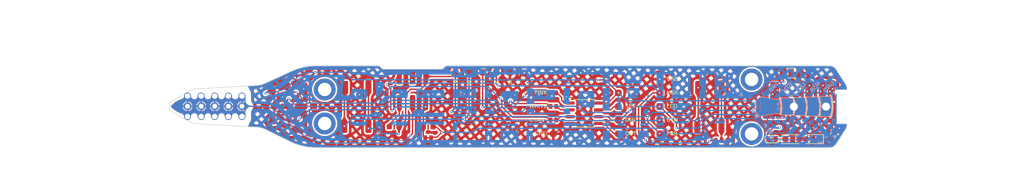
<source format=kicad_pcb>
(kicad_pcb (version 20240108) (generator "pcbnew") (generator_version "8.0")
  (layers (0 "F.Cu" signal) (31 "B.Cu" signal) (34 "B.Paste" user) (35 "F.Paste" user) (36 "B.SilkS" user "B.Silkscreen") (37 "F.SilkS" user "F.Silkscreen") (38 "B.Mask" user) (39 "F.Mask" user) (44 "Edge.Cuts" user))
  (net 0 "")
  (net 1 "+3V3")
  (net 2 "GND")
  (net 3 "Net-(D2-K)")
  (net 4 "Net-(D3-K)")
  (net 5 "Net-(D4-K)")
  (net 6 "Probe_Tip")
  (net 7 "Probe_Probe")
  (net 8 "Probe_Button")
  (net 9 "Net-(D5-K)")
  (net 10 "Net-(JP4-A)")
  (net 11 "ROUTABLE_BUFFER_IN")
  (net 12 "Net-(D1-K)")
  (net 13 "Net-(D1-A)")
  (net 14 "LED_OUT_PROBE")
  (net 15 "Net-(JP2-A)")
  (net 16 "Net-(JP9-C)")
  (net 17 "Net-(U1-DO)")
  (net 18 "Net-(U1-SET)")
  (net 19 "Net-(TP14-B)")
  (net 20 "Net-(TP15-A)")
  (net 21 "Net-(TP16-A)")
  (net 22 "Net-(J1-Pin_1)")
  (net 23 "Net-(J1-Pin_3)")
  (net 24 "Net-(J1-Pin_5)")
  (net 25 "Net-(J1-Pin_2)")
  (net 26 "Net-(J1-Pin_4)")
  (footprint "JumperlessFootprints:TestPoint_D0.75mm" (layer "F.Cu") (at 170.177038 124.420411 90)
    (property "Reference" "TP5" (hide yes))
    (property "Value" "Routable_Buffer_in" (hide yes))
  )
  (footprint "Resistor_SMD:R_0603_1608Metric_Pad0.98x0.95mm_HandSolder" (layer "F.Cu") (at 202.562038 132.294411 -125)
    (property "Reference" "R3" (hide yes))
    (property "Value" "47R" (hide yes))
  )
  (footprint "JumprlessFootprints:M1.6_SMT_Screw_Post" (layer "F.Cu") (at 187.325 132.08)
    (property "Reference" "P4" (hide yes))
    (property "Value" "M1.6_SMT_Screw_Post 3mm Height" (hide yes))
  )
  (footprint "JumperlessFootprints:TestPoint_D0.75mm" (layer "F.Cu") (at 162.472038 132.040411)
    (property "Reference" "TP1" (hide yes))
    (property "Value" "Dout" (hide yes))
  )
  (footprint "JumprlessFootprints:LED_4014" (layer "F.Cu") (at 98.755799 123.7464 19)
    (property "Reference" "D3" (hide yes))
    (property "Value" "Cyan" (hide yes))
  )
  (footprint "JumperlessFootprints:TestPoint_D0.75mm" (layer "F.Cu") (at 150.342038 132.040411)
    (property "Reference" "TP10" (hide yes))
    (property "Value" "Gnd" (hide yes))
  )
  (footprint "JumperlessFootprints:TestPoint_D0.75mm" (layer "F.Cu") (at 162.472038 124.420411)
    (property "Reference" "TP9" (hide yes))
    (property "Value" "Din" (hide yes))
  )
  (footprint "JumperlessFootprints:TestPoint_D0.75mm" (layer "F.Cu") (at 170.177038 126.960411 90)
    (property "Reference" "TP3" (hide yes))
    (property "Value" "Din" (hide yes))
  )
  (footprint "JumperlessFootprints:SolderJumper_2_Bridged_Small" (layer "F.Cu") (at 126.997038 132.802411)
    (property "Reference" "JP8" (hide yes))
    (property "Value" "Current Limit Bypass" (hide yes))
  )
  (footprint "JumperlessFootprints:TestPoint_D0.75mm" (layer "F.Cu") (at 142.237035 120.610411)
    (property "Reference" "TP4" (hide yes))
    (property "Value" "Gnd" (hide yes))
  )
  (footprint "JumprlessFootprints:M1.6_SMT_Screw_Post" (layer "F.Cu") (at 107.693038 130.135411)
    (property "Reference" "P1" (hide yes))
    (property "Value" "M1.6_SMT_Screw_Post 3mm Height" (hide yes))
  )
  (footprint "JumperlessFootprints:STX_3452_new" (layer "F.Cu") (at 202.816038 126.985811)
    (property "Reference" "J7" (hide yes))
    (property "Value" "ProbeJack" (hide yes))
  )
  (footprint "JumperlessFootprints:TestPoint_D0.75mm" (layer "F.Cu") (at 170.177038 129.500411 90)
    (property "Reference" "TP7" (hide yes))
    (property "Value" "Probe_Button" (hide yes))
  )
  (footprint "JumperlessFootprints:TS1159_Tact_Switch" (layer "F.Cu") (at 113.596438 127 90)
    (property "Reference" "SW3" (hide yes))
    (property "Value" "Connect")
  )
  (footprint "JumperlessFootprints:TestPoint_D0.75mm" (layer "F.Cu") (at 132.077038 120.610411)
    (property "Reference" "TP8" (hide yes))
    (property "Value" "Probe_Probe" (hide yes))
  )
  (footprint "Diode_SMD:D_SOD-323_HandSoldering" (layer "F.Cu") (at 194.962038 133.056411)
    (property "Reference" "D1" (hide yes))
    (property "Value" "5.1V Zener" (hide yes))
  )
  (footprint "JumprlessFootprints:LED_4014" (layer "F.Cu") (at 103.984638 121.931211 -161)
    (property "Reference" "D8" (hide yes))
    (property "Value" "Cyan" (hide yes))
  )
  (footprint "JumperlessFootprints:TestPoint_D0.75mm" (layer "F.Cu") (at 134.617036 120.610411)
    (property "Reference" "TP7" (hide yes))
    (property "Value" "Probe_Button" (hide yes))
  )
  (footprint "JumprlessFootprints:LED_4014" (layer "F.Cu") (at 98.777638 129.983011 -19)
    (property "Reference" "D2" (hide yes))
    (property "Value" "Pink" (hide yes))
  )
  (footprint "JumprlessFootprints:M1.6_SMT_Screw_Post" (layer "F.Cu") (at 187.325 121.92)
    (property "Reference" "P3" (hide yes))
    (property "Value" "M1.6_SMT_Screw_Post 3mm Height" (hide yes))
  )
  (footprint "Capacitor_SMD:C_1206_3216Metric_Pad1.33x1.80mm_HandSolder" (layer "F.Cu") (at 194.776538 120.737411)
    (property "Reference" "C1" (hide yes))
    (property "Value" "100uF")
  )
  (footprint "JumprlessFootprints:LED_4014" (layer "F.Cu") (at 104.721238 126.909611 180)
    (property "Reference" "D7" (hide yes))
    (property "Value" "White" (hide yes))
  )
  (footprint "JumperlessFootprints:SolderJumper_2_Bridged_Small" (layer "F.Cu") (at 150.342038 129.500411 180)
    (property "Reference" "TP16" (hide yes))
    (property "Value" "CYAN")
  )
  (footprint "JumperlessFootprints:SolderJumper_2_Bridged_Small" (layer "F.Cu") (at 150.342038 126.960411 180)
    (property "Reference" "TP15" (hide yes))
    (property "Value" "WHITE")
  )
  (footprint "JumprlessFootprints:M1.6_SMT_Screw_Post" (layer "F.Cu") (at 107.693038 123.785411)
    (property "Reference" "P2" (hide yes))
    (property "Value" "M1.6_SMT_Screw_Post 3mm Height" (hide yes))
  )
  (footprint "JumprlessFootprints:XKB_SK3245S-L3-A_DPDT_Slide_Switch" (layer "F.Cu") (at 124.079 123.825)
    (property "Reference" "SW4" (hide yes))
    (property "Value" "SW_DPDT_x2" (hide yes))
  )
  (footprint "JumperlessFootprints:SolderJumper_2_Bridged_Small" (layer "F.Cu") (at 150.342038 124.420411)
    (property "Reference" "TP14" (hide yes))
    (property "Value" "PINK")
  )
  (footprint "Resistor_SMD:R_0603_1608Metric_Pad0.98x0.95mm_HandSolder" (layer "F.Cu") (at 126.997038 130.770411)
    (property "Reference" "R2" (hide yes))
    (property "Value" "47R" (hide yes))
  )
  (footprint "Package_SO:SOP-8_3.9x4.9mm_P1.27mm" (layer "F.Cu") (at 156.122038 128.230411)
    (property "Reference" "U1" (hide yes))
    (property "Value" "WS2811")
  )
  (footprint "JumprlessFootprints:SolderJumper_2_Bridged_Small" (layer "F.Cu") (at 191.132038 133.056411 180)
    (property "Reference" "JP1" (hide yes))
    (property "Value" "SolderJumper_2_Bridged" (hide yes))
  )
  (footprint "Resistor_SMD:R_0603_1608Metric_Pad0.98x0.95mm_HandSolder" (layer "F.Cu") (at 120.647038 130.770411)
    (property "Reference" "R1" (hide yes))
    (property "Value" "0R" (hide yes))
  )
  (footprint "JumperlessFootprints:TestPoint_D0.75mm" (layer "F.Cu") (at 170.177038 121.880412 90)
    (property "Reference" "TP4" (hide yes))
    (property "Value" "Gnd" (hide yes))
  )
  (footprint "JumprlessFootprints:LED_4014" (layer "F.Cu") (at 99.2124 126.909611)
    (property "Reference" "D4" (hide yes))
    (property "Value" "White" (hide yes))
  )
  (footprint "JumprlessFootprints:LED_4014" (layer "F.Cu") (at 103.996673 131.787674 161)
    (property "Reference" "D6" (hide yes))
    (property "Value" "Pink" (hide yes))
  )
  (footprint "JumperlessFootprints:TS1159_Tact_Switch" (layer "F.Cu") (at 179.451 127 90)
    (property "Reference" "SW1" (hide yes))
    (property "Value" "Disconnect")
  )
  (footprint "JumperlessFootprints:TestPoint_D0.75mm" (layer "F.Cu") (at 170.177038 132.04041 90)
    (property "Reference" "TP8" (hide yes))
    (property "Value" "Probe_Probe" (hide yes))
  )
  (footprint "JumperlessFootprints:TestPoint_D0.75mm" (layer "F.Cu") (at 139.697035 120.610411)
    (property "Reference" "TP5" (hide yes))
    (property "Value" "Routable_Buffer_in" (hide yes))
  )
  (footprint "JumperlessFootprints:TestPoint_D0.75mm" (layer "F.Cu") (at 162.472038 126.96041)
    (property "Reference" "TP2" (hide yes))
    (property "Value" "Set" (hide yes))
  )
  (footprint "JumperlessFootprints:TestPoint_D0.75mm" (layer "F.Cu") (at 162.472038 129.500412)
    (property "Reference" "TP6" (hide yes))
    (property "Value" "LED_out_probe" (hide yes))
  )
  (footprint "JumperlessFootprints:TestPoint_D0.75mm" (layer "F.Cu") (at 137.157036 120.610411)
    (property "Reference" "TP3" (hide yes))
    (property "Value" "Din" (hide yes))
  )
  (footprint "Diode_SMD:D_SOD-323_HandSoldering" (layer "F.Cu") (at 198.715838 133.056411 180)
    (property "Reference" "D5" (hide yes))
    (property "Value" "5.1V Zener" (hide yes))
  )
  (footprint "JumperlessFootprints:SolderJumper-3_P1.3mm_Bridged12_Pad1.0x1.5mm" (layer "F.Cu") (at 181.734038 133.310411 180)
    (property "Reference" "JP9" (hide yes))
    (property "Value" "SolderJumper_3_Bridged12" (hide yes))
  )
  (footprint "JumperlessFootprints:SolderJumper_2_Bridged_Small" (layer "B.Cu") (at 201.432063 130.262411 135)
    (property "Reference" "JP3" (hide yes))
    (property "Value" "GND" (hide yes))
  )
  (footprint "JumperlessFootprints:SolderJumper_2_Bridged_Small" (layer "B.Cu") (at 193.812063 130.262411 135)
    (property "Reference" "JP6" (hide yes))
    (property "Value" "BUT" (hide yes))
  )
  (footprint "JumperlessFootprints:SolderJumper_2_Bridged_Small" (layer "B.Cu") (at 198.892063 130.262411 135)
    (property "Reference" "JP4" (hide yes))
    (property "Value" "ADC" (hide yes))
  )
  (footprint "JumperlessFootprints:SolderJumper_2_Bridged_Small" (layer "B.Cu") (at 191.018063 130.262411 135)
    (property "Reference" "JP7" (hide yes))
    (property "Value" "PRO" (hide yes))
  )
  (footprint "JumperlessFootprints:SolderJumper_2_Bridged_Small" (layer "B.Cu") (at 196.352063 130.262411 135)
    (property "Reference" "JP5" (hide yes))
    (property "Value" "GP2" (hide yes))
  )
  (footprint "JumperlessFootprints:STX_Jack_Diagram" (layer "B.Cu") (at 202.282638 126.960411)
    (property "Reference" "J1" (hide yes))
    (property "Value" "Conn_01x05_Socket" (hide yes))
  )
  (footprint "JumprlessFootprints:ProbeNeedle" (layer "B.Cu") (at 87.187064 126.923815)
    (property "Reference" "J2" (hide yes))
    (property "Value" "Probe Needle" (hide yes))
  )
  (gr_line (start 205.104999 123.825) (end 203.2 123.825) (stroke (width 0.1)) (layer "Edge.Cuts"))
  (gr_arc (start 82.423099 124.053541) (mid 83.096419 123.771136) (end 83.528038 123.689189) (stroke (width 0.1)) (layer "Edge.Cuts"))
  (gr_line (start 118.763165 120.015) (end 129.442628 120.015) (stroke (width 0.1)) (layer "Edge.Cuts"))
  (gr_arc (start 117.689439 119.38) (mid 117.870939 119.420481) (end 118.022477 119.528277) (stroke (width 0.1)) (layer "Edge.Cuts"))
  (gr_line (start 203.2 130.175) (end 205.104999 130.175) (stroke (width 0.1)) (layer "Edge.Cuts"))
  (gr_line (start 203.2 123.825) (end 203.2 127) (stroke (width 0.1)) (layer "Edge.Cuts"))
  (gr_arc (start 106.1946 134.62) (mid 103.5685 134.314236) (end 101.084285 133.41397) (stroke (width 0.1)) (layer "Edge.Cuts"))
  (gr_line (start 78.968577 127.736587) (end 82.423826 129.794492) (stroke (width 0.1)) (layer "Edge.Cuts"))
  (gr_line (start 203.10064 133.922776) (end 204.85101 131.190983) (stroke (width 0.1)) (layer "Edge.Cuts"))
  (gr_line (start 94.995973 130.809999) (end 83.527877 130.158402) (stroke (width 0.1)) (layer "Edge.Cuts"))
  (gr_arc (start 118.763165 120.015) (mid 118.561251 119.985445) (end 118.382044 119.887844) (stroke (width 0.1)) (layer "Edge.Cuts"))
  (gr_arc (start 101.082896 120.58671) (mid 103.506739 119.700341) (end 106.327095 119.38) (stroke (width 0.1)) (layer "Edge.Cuts"))
  (gr_arc (start 205.104999 130.175) (mid 205.051647 130.701412) (end 204.85101 131.190983) (stroke (width 0.1)) (layer "Edge.Cuts"))
  (gr_line (start 94.994373 123.037692) (end 83.528038 123.689189) (stroke (width 0.1)) (layer "Edge.Cuts"))
  (gr_line (start 203.2 127) (end 203.2 130.175) (stroke (width 0.1)) (layer "Edge.Cuts"))
  (gr_arc (start 78.968577 127.736587) (mid 78.810713 127.601675) (end 78.74 127.406447) (stroke (width 0.1)) (layer "Edge.Cuts"))
  (gr_line (start 130.146994 119.527806) (end 129.786802 119.887998) (stroke (width 0.1)) (layer "Edge.Cuts"))
  (gr_line (start 118.022477 119.528277) (end 118.382044 119.887844) (stroke (width 0.1)) (layer "Edge.Cuts"))
  (gr_arc (start 204.85101 122.809017) (mid 205.051647 123.298588) (end 205.104999 123.825) (stroke (width 0.1)) (layer "Edge.Cuts"))
  (gr_arc (start 130.146994 119.527806) (mid 130.298741 119.420144) (end 130.480414 119.38) (stroke (width 0.1)) (layer "Edge.Cuts"))
  (gr_line (start 201.806537 134.62) (end 106.1946 134.62) (stroke (width 0.1)) (layer "Edge.Cuts"))
  (gr_arc (start 94.995973 130.809999) (mid 95.762164 130.91673) (end 96.495165 131.165877) (stroke (width 0.1)) (layer "Edge.Cuts"))
  (gr_arc (start 201.805238 119.38) (mid 202.565 119.561185) (end 203.101654 120.078806) (stroke (width 0.1)) (layer "Edge.Cuts"))
  (gr_line (start 203.101654 120.078806) (end 204.85101 122.809017) (stroke (width 0.1)) (layer "Edge.Cuts"))
  (gr_line (start 101.082896 120.58671) (end 96.49461 122.681995) (stroke (width 0.1)) (layer "Edge.Cuts"))
  (gr_line (start 78.968528 126.111042) (end 82.423099 124.053541) (stroke (width 0.1)) (layer "Edge.Cuts"))
  (gr_line (start 106.327095 119.38) (end 117.689439 119.38) (stroke (width 0.1)) (layer "Edge.Cuts"))
  (gr_arc (start 78.739951 126.441182) (mid 78.810668 126.245944) (end 78.968528 126.111042) (stroke (width 0.1)) (layer "Edge.Cuts"))
  (gr_line (start 201.805238 119.38) (end 130.480414 119.38) (stroke (width 0.1)) (layer "Edge.Cuts"))
  (gr_arc (start 203.10064 133.922776) (mid 202.565 134.438815) (end 201.806537 134.62) (stroke (width 0.1)) (layer "Edge.Cuts"))
  (gr_arc (start 129.786802 119.887998) (mid 129.625 119.979367) (end 129.442628 120.015) (stroke (width 0.1)) (layer "Edge.Cuts"))
  (gr_arc (start 96.49461 122.681995) (mid 95.762164 122.93087) (end 94.994373 123.037692) (stroke (width 0.1)) (layer "Edge.Cuts"))
  (gr_line (start 78.739951 126.441182) (end 78.74 127.406447) (stroke (width 0.1)) (layer "Edge.Cuts"))
  (gr_arc (start 83.527877 130.158402) (mid 83.096419 130.076464) (end 82.423826 129.794492) (stroke (width 0.1)) (layer "Edge.Cuts"))
  (gr_line (start 101.084285 133.41397) (end 96.495165 131.165877) (stroke (width 0.1)) (layer "Edge.Cuts"))
  (gr_text "BTN" (at 193.291038 124.166411 45) (layer "B.SilkS") (effects (font (size 0.75 0.75) (thickness 0.125)) (justify right mirror)))
  (gr_text "GND" (at 200.911038 124.166411 45) (layer "B.SilkS") (effects (font (size 0.75 0.75) (thickness 0.125)) (justify right mirror)))
  (gr_text "MSR" (at 198.371038 124.166411 45) (layer "B.SilkS") (effects (font (size 0.75 0.75) (thickness 0.125)) (justify right mirror)))
  (gr_text "PRB" (at 190.751038 124.166411 45) (layer "B.SilkS") (effects (font (size 0.75 0.75) (thickness 0.125)) (justify right mirror)))
  (gr_text "LED" (at 195.831038 124.166411 45) (layer "B.SilkS") (effects (font (size 0.75 0.75) (thickness 0.125)) (justify right mirror)))
  (segment (start 97.264735 124.039411) (end 97.792135 124.039411) (width 0.25) (layer "F.Cu") (net 1))
  (segment (start 162.434209 124.420411) (end 162.472025 124.420411) (width 0.25) (layer "F.Cu") (net 1))
  (segment (start 98.3124 126.909611) (end 98.3124 124.559675) (width 0.25) (layer "F.Cu") (net 1))
  (segment (start 105.889214 120.610412) (end 105.915037 120.610412) (width 0.25) (layer "F.Cu") (net 1))
  (segment (start 98.3124 126.909611) (end 98.3124 129.191574) (width 0.25) (layer "F.Cu") (net 1))
  (segment (start 162.472051 124.420411) (end 162.472025 124.420411) (width 0.25) (layer "F.Cu") (net 1))
  (segment (start 98.232711 129.38396) (end 97.926672 129.69) (width 0.25) (layer "F.Cu") (net 1))
  (segment (start 162.36963 124.44716) (end 160.571068 126.245722) (width 0.25) (layer "F.Cu") (net 1))
  (segment (start 104.978726 126.267099) (end 105.621238 126.909611) (width 0.25) (layer "F.Cu") (net 1))
  (segment (start 104.927327 127.603521) (end 105.621238 126.909611) (width 0.25) (layer "F.Cu") (net 1))
  (segment (start 104.847639 127.795907) (end 104.847639 132.080685) (width 0.25) (layer "F.Cu") (net 1))
  (segment (start 104.86732 121.606482) (end 105.845132 120.628671) (width 0.25) (layer "F.Cu") (net 1))
  (segment (start 104.899038 121.746488) (end 104.899038 126.074713) (width 0.25) (layer "F.Cu") (net 1))
  (segment (start 124.079 121.753971) (end 124.079 121.4244) (width 0.25) (layer "F.Cu") (net 1))
  (segment (start 193.418038 122.388417) (end 193.293726 122.264105) (width 0.25) (layer "F.Cu") (net 1))
  (segment (start 193.214038 122.071719) (end 193.214038 120.737411) (width 0.25) (layer "F.Cu") (net 1))
  (segment (start 123.951976 121.970815) (end 124.015488 121.907303) (width 0.25) (layer "F.Cu") (net 1))
  (segment (start 97.984521 124.119099) (end 98.232711 124.367289) (width 0.25) (layer "F.Cu") (net 1))
  (segment (start 160.138732 122.087105) (end 162.472028 124.420401) (width 0.25) (layer "F.Cu") (net 1))
  (segment (start 159.946346 122.007417) (end 158.74704 122.007417) (width 0.25) (layer "F.Cu") (net 1))
  (segment (start 97.072349 124.119099) (end 96.644046 124.547403) (width 0.25) (layer "F.Cu") (net 1))
  (segment (start 160.378682 126.325411) (end 158.747038 126.325411) (width 0.25) (layer "F.Cu") (net 1))
  (segment (start 162.472051 124.420411) (end 162.472064 124.420411) (width 0.25) (layer "F.Cu") (net 1))
  (via (at 162.472064 124.420411) (size 0.45) (drill 0.25) (layers "F.Cu" "B.Cu") (net 1))
  (via (at 105.915037 120.610412) (size 0.45) (drill 0.25) (layers "F.Cu" "B.Cu") (net 1))
  (via (at 96.644046 124.547403) (size 0.45) (drill 0.25) (layers "F.Cu" "B.Cu") (net 1))
  (via (at 158.74704 122.007417) (size 0.45) (drill 0.25) (layers "F.Cu" "B.Cu") (net 1))
  (via (at 123.951976 121.970815) (size 0.45) (drill 0.25) (layers "F.Cu" "B.Cu") (net 1))
  (via (at 193.418038 122.388417) (size 0.45) (drill 0.25) (layers "F.Cu" "B.Cu") (net 1))
  (arc (start 97.984521 124.119099) (mid 97.896253 124.060121) (end 97.792135 124.039411) (width 0.25) (layer "F.Cu") (net 1))
  (arc (start 104.86732 121.606482) (mid 104.854183 121.638199) (end 104.867321 121.669917) (width 0.25) (layer "F.Cu") (net 1))
  (arc (start 162.472028 124.420401) (mid 162.472038 124.420408) (end 162.472051 124.420411) (width 0.25) (layer "F.Cu") (net 1))
  (arc (start 124.079 121.753971) (mid 124.062493 121.836953) (end 124.015488 121.907303) (width 0.25) (layer "F.Cu") (net 1))
  (arc (start 160.571068 126.245722) (mid 160.4828 126.3047) (end 160.378682 126.325411) (width 0.25) (layer "F.Cu") (net 1))
  (arc (start 104.899038 126.074713) (mid 104.919748 126.178831) (end 104.978726 126.267099) (width 0.25) (layer "F.Cu") (net 1))
  (arc (start 98.232711 124.367289) (mid 98.291689 124.455556) (end 98.3124 124.559675) (width 0.25) (layer "F.Cu") (net 1))
  (arc (start 104.927327 127.603521) (mid 104.868349 127.691788) (end 104.847639 127.795907) (width 0.25) (layer "F.Cu") (net 1))
  (arc (start 104.867321 121.669917) (mid 104.890795 121.705048) (end 104.899038 121.746488) (width 0.25) (layer "F.Cu") (net 1))
  (arc (start 98.3124 129.191574) (mid 98.291689 129.295692) (end 98.232711 129.38396) (width 0.25) (layer "F.Cu") (net 1))
  (arc (start 193.214038 122.071719) (mid 193.234748 122.175837) (end 193.293726 122.264105) (width 0.25) (layer "F.Cu") (net 1))
  (arc (start 162.434209 124.420411) (mid 162.399259 124.427362) (end 162.36963 124.44716) (width 0.25) (layer "F.Cu") (net 1))
  (arc (start 105.889214 120.610412) (mid 105.865357 120.615157) (end 105.845132 120.628671) (width 0.25) (layer "F.Cu") (net 1))
  (arc (start 97.264735 124.039411) (mid 97.160616 124.060121) (end 97.072349 124.119099) (width 0.25) (layer "F.Cu") (net 1))
  (arc (start 160.138732 122.087105) (mid 160.050464 122.028127) (end 159.946346 122.007417) (width 0.25) (layer "F.Cu") (net 1))
  (arc (start 162.472025 124.420411) (mid 162.472029 124.420407) (end 162.472028 124.420401) (width 0.25) (layer "F.Cu") (net 1))
  (segment (start 186.677194 125.907815) (end 186.442882 125.907815) (width 0.2) (layer "B.Cu") (net 1))
  (segment (start 105.915037 120.610412) (end 104.679331 120.610412) (width 0.25) (layer "B.Cu") (net 1))
  (segment (start 163.879779 125.828126) (end 162.472064 124.420411) (width 0.25) (layer "B.Cu") (net 1))
  (segment (start 96.644046 124.547403) (end 96.818349 124.373099) (width 0.25) (layer "B.Cu") (net 1))
  (segment (start 186.442882 125.907815) (end 164.072165 125.907815) (width 0.25) (layer "B.Cu") (net 1))
  (segment (start 190.957071 122.388417) (end 193.418038 122.388417) (width 0.2) (layer "B.Cu") (net 1))
  (segment (start 112.823287 121.891126) (end 111.585664 120.653503) (width 0.25) (layer "B.Cu") (net 1))
  (segment (start 105.915037 120.610412) (end 105.933335 120.592113) (width 0.25) (layer "B.Cu") (net 1))
  (segment (start 124.014459 122.007417) (end 158.74704 122.007417) (width 0.25) (layer "B.Cu") (net 1))
  (segment (start 101.237976 122.874472) (end 102.669564 121.442884) (width 0.25) (layer "B.Cu") (net 1))
  (segment (start 123.951976 121.970815) (end 113.015673 121.970815) (width 0.25) (layer "B.Cu") (net 1))
  (segment (start 97.812354 124.293411) (end 97.010735 124.293411) (width 0.25) (layer "B.Cu") (net 1))
  (segment (start 190.764685 122.468105) (end 187.404664 125.828126) (width 0.2) (layer "B.Cu") (net 1))
  (segment (start 186.677194 125.907815) (end 187.212278 125.907815) (width 0.2) (layer "B.Cu") (net 1))
  (segment (start 111.393278 120.573815) (end 105.977511 120.573815) (width 0.25) (layer "B.Cu") (net 1))
  (segment (start 123.951976 121.970815) (end 123.970277 121.989116) (width 0.25) (layer "B.Cu") (net 1))
  (arc (start 105.977511 120.573815) (mid 105.953603 120.57857) (end 105.933335 120.592113) (width 0.25) (layer "B.Cu") (net 1))
  (arc (start 112.823287 121.891126) (mid 112.911554 121.950104) (end 113.015673 121.970815) (width 0.25) (layer "B.Cu") (net 1))
  (arc (start 111.585664 120.653503) (mid 111.497396 120.594525) (end 111.393278 120.573815) (width 0.25) (layer "B.Cu") (net 1))
  (arc (start 163.879779 125.828126) (mid 163.968046 125.887104) (end 164.072165 125.907815) (width 0.25) (layer "B.Cu") (net 1))
  (arc (start 187.404664 125.828126) (mid 187.316396 125.887104) (end 187.212278 125.907815) (width 0.2) (layer "B.Cu") (net 1))
  (arc (start 104.679331 120.610412) (mid 103.591653 120.826765) (end 102.669564 121.442884) (width 0.25) (layer "B.Cu") (net 1))
  (arc (start 123.970277 121.989116) (mid 123.990547 122.00266) (end 124.014459 122.007417) (width 0.25) (layer "B.Cu") (net 1))
  (arc (start 97.010735 124.293411) (mid 96.906616 124.314121) (end 96.818349 124.373099) (width 0.25) (layer "B.Cu") (net 1))
  (arc (start 190.957071 122.388417) (mid 190.852952 122.409127) (end 190.764685 122.468105) (width 0.2) (layer "B.Cu") (net 1))
  (arc (start 101.237976 122.874472) (mid 99.666287 123.924641) (end 97.812354 124.293411) (width 0.25) (layer "B.Cu") (net 1))
  (segment (start 150.50634 132.040411) (end 150.342038 132.040411) (width 0.25) (layer "F.Cu") (net 2))
  (segment (start 152.636735 130.135411) (end 153.497038 130.135411) (width 0.25) (layer "F.Cu") (net 2))
  (segment (start 152.444349 130.215099) (end 150.698726 131.960722) (width 0.25) (layer "F.Cu") (net 2))
  (segment (start 198.126882 120.737411) (end 198.302616 120.737411) (width 0.25) (layer "F.Cu") (net 2))
  (segment (start 155.254538 130.135411) (end 155.318038 130.135411) (width 0.25) (layer "F.Cu") (net 2))
  (segment (start 198.126882 120.737411) (end 196.339038 120.737411) (width 0.25) (layer "F.Cu") (net 2))
  (segment (start 170.177038 121.880412) (end 170.177038 121.880411) (width 0.25) (layer "F.Cu") (net 2))
  (segment (start 155.127538 130.135411) (end 153.497038 130.135411) (width 0.25) (layer "F.Cu") (net 2))
  (segment (start 203.705038 131.024411) (end 203.656494 131.024411) (width 0.25) (layer "F.Cu") (net 2))
  (segment (start 155.254538 130.135411) (end 155.127538 130.135411) (width 0.25) (layer "F.Cu") (net 2))
  (segment (start 198.625038 120.737411) (end 198.302616 120.737411) (width 0.25) (layer "F.Cu") (net 2))
  (segment (start 198.361194 120.737411) (end 198.126882 120.737411) (width 0.25) (layer "F.Cu") (net 2))
  (segment (start 144.906976 120.700815) (end 144.861774 120.655613) (width 0.25) (layer "F.Cu") (net 2))
  (segment (start 198.625038 120.737411) (end 198.625046 120.737403) (width 0.25) (layer "F.Cu") (net 2))
  (segment (start 144.752646 120.610411) (end 142.237035 120.610411) (width 0.25) (layer "F.Cu") (net 2))
  (segment (start 198.625054 120.737411) (end 198.361194 120.737411) (width 0.25) (layer "F.Cu") (net 2))
  (segment (start 183.89304 124.420411) (end 184.020038 124.547409) (width 0.25) (layer "F.Cu") (net 2))
  (segment (start 203.573624 131.058736) (end 203.085426 131.546935) (width 0.25) (layer "F.Cu") (net 2))
  (via (at 147.700976 124.764815) (size 0.4) (drill 0.2) (layers "F.Cu" "B.Cu") (net 2))
  (via (at 198.625046 120.737403) (size 0.45) (drill 0.25) (layers "F.Cu" "B.Cu") (net 2))
  (via (at 114.172976 124.764815) (size 0.4) (drill 0.2) (layers "F.Cu" "B.Cu") (net 2))
  (via (at 160.527976 130.098815) (size 0.4) (drill 0.2) (layers "F.Cu" "B.Cu") (net 2))
  (via (at 203.705038 131.024411) (size 0.45) (drill 0.25) (layers "F.Cu" "B.Cu") (net 2))
  (via (at 180.593976 129.971815) (size 0.4) (drill 0.2) (layers "F.Cu" "B.Cu") (net 2))
  (via (at 117.853038 123.277411) (size 0.45) (drill 0.25) (layers "F.Cu" "B.Cu") (net 2))
  (via (at 118.490976 126.161815) (size 0.4) (drill 0.2) (layers "F.Cu" "B.Cu") (net 2))
  (via (at 157.098976 130.352815) (size 0.4) (drill 0.2) (layers "F.Cu" "B.Cu") (net 2))
  (via (at 171.322976 132.892815) (size 0.4) (drill 0.2) (layers "F.Cu" "B.Cu") (net 2))
  (via (at 103.756038 123.658411) (size 0.4) (drill 0.2) (layers "F.Cu" "B.Cu") (net 2))
  (via (at 146.049976 128.193815) (size 0.4) (drill 0.2) (layers "F.Cu" "B.Cu") (net 2))
  (via (at 155.447976 120.700815) (size 0.45) (drill 0.25) (layers "F.Cu" "B.Cu") (net 2))
  (via (at 117.855976 130.860815) (size 0.4) (drill 0.2) (layers "F.Cu" "B.Cu") (net 2))
  (via (at 133.730976 124.637815) (size 0.4) (drill 0.2) (layers "F.Cu" "B.Cu") (net 2))
  (via (at 172.846976 127.558815) (size 0.4) (drill 0.2) (layers "F.Cu" "B.Cu") (net 2))
  (via (at 146.049976 130.225815) (size 0.4) (drill 0.2) (layers "F.Cu" "B.Cu") (net 2))
  (via (at 138.302976 130.225815) (size 0.4) (drill 0.2) (layers "F.Cu" "B.Cu") (net 2))
  (via (at 144.906976 120.700815) (size 0.45) (drill 0.25) (layers "F.Cu" "B.Cu") (net 2))
  (via (at 117.728976 132.765815) (size 0.4) (drill 0.2) (layers "F.Cu" "B.Cu") (net 2))
  (via (at 155.699038 125.944411) (size 0.4) (drill 0.2) (layers "F.Cu" "B.Cu") (net 2))
  (via (at 183.89304 124.420411) (size 0.45) (drill 0.25) (layers "F.Cu" "B.Cu") (net 2))
  (via (at 178.180976 127.685815) (size 0.4) (drill 0.2) (layers "F.Cu" "B.Cu") (net 2))
  (via (at 113.791976 129.971815) (size 0.4) (drill 0.2) (layers "F.Cu" "B.Cu") (net 2))
  (via (at 117.220976 128.574815) (size 0.4) (drill 0.2) (layers "F.Cu" "B.Cu") (net 2))
  (via (at 163.575976 130.352815) (size 0.4) (drill 0.2) (layers "F.Cu" "B.Cu") (net 2))
  (via (at 152.780976 125.145815) (size 0.4) (drill 0.2) (layers "F.Cu" "B.Cu") (net 2))
  (via (at 170.177038 121.880411) (size 0.45) (drill 0.25) (layers "F.Cu" "B.Cu") (net 2))
  (via (at 160.146976 124.764815) (size 0.4) (drill 0.2) (layers "F.Cu" "B.Cu") (net 2))
  (via (at 178.307976 132.638815) (size 0.4) (drill 0.2) (layers "F.Cu" "B.Cu") (net 2))
  (via (at 127.888976 124.637815) (size 0.4) (drill 0.2) (layers "F.Cu" "B.Cu") (net 2))
  (via (at 125.221976 128.447815) (size 0.4) (drill 0.2) (layers "F.Cu" "B.Cu") (net 2))
  (via (at 165.861976 124.637815) (size 0.4) (drill 0.2) (layers "F.Cu" "B.Cu") (net 2))
  (via (at 99.819038 125.182411) (size 0.4) (drill 0.2) (layers "F.Cu" "B.Cu") (net 2))
  (via (at 120.903976 129.971815) (size 0.4) (drill 0.2) (layers "F.Cu" "B.Cu") (net 2))
  (via (at 122.046976 124.256815) (size 0.4) (drill 0.2) (layers "F.Cu" "B.Cu") (net 2))
  (via (at 155.191038 133.691411) (size 0.4) (drill 0.2) (layers "F.Cu" "B.Cu") (net 2))
  (via (at 132.079976 129.844815) (size 0.4) (drill 0.2) (layers "F.Cu" "B.Cu") (net 2))
  (via (at 133.730976 127.177815) (size 0.4) (drill 0.2) (layers "F.Cu" "B.Cu") (net 2))
  (via (at 141.985976 130.479815) (size 0.4) (drill 0.2) (layers "F.Cu" "B.Cu") (net 2))
  (via (at 143.126038 124.801411) (size 0.4) (drill 0.2) (layers "F.Cu" "B.Cu") (net 2))
  (via (at 183.131039 121.308912) (size 0.45) (drill 0.25) (layers "F.Cu" "B.Cu") (net 2))
  (via (at 167.385976 130.352815) (size 0.4) (drill 0.2) (layers "F.Cu" "B.Cu") (net 2))
  (via (at 100.962038 128.611411) (size 0.4) (drill 0.2) (layers "F.Cu" "B.Cu") (net 2))
  (via (at 138.175976 124.383815) (size 0.4) (drill 0.2) (layers "F.Cu" "B.Cu") (net 2))
  (via (at 114.807976 128.828815) (size 0.4) (drill 0.2) (layers "F.Cu" "B.Cu") (net 2))
  (arc (start 150.698726 131.960722) (mid 150.610458 132.0197) (end 150.50634 132.040411) (width 0.25) (layer "F.Cu") (net 2))
  (arc (start 198.302616 120.737411) (mid 198.331905 120.737411) (end 198.361194 120.737411) (width 0.25) (layer "F.Cu") (net 2))
  (arc (start 152.636735 130.135411) (mid 152.532616 130.156121) (end 152.444349 130.215099) (width 0.25) (layer "F.Cu") (net 2))
  (arc (start 203.656494 131.024411) (mid 203.611645 131.033331) (end 203.573624 131.058736) (width 0.25) (layer "F.Cu") (net 2))
  (arc (start 144.861774 120.655613) (mid 144.811705 120.622158) (end 144.752646 120.610411) (width 0.25) (layer "F.Cu") (net 2))
  (segment (start 100.976341 124.674411) (end 99.819038 124.674411) (width 0.25) (layer "B.Cu") (net 2))
  (segment (start 202.433761 131.151411) (end 203.488235 131.151411) (width 0.25) (layer "B.Cu") (net 2))
  (segment (start 103.581726 123.484099) (end 103.756038 123.658411) (width 0.25) (layer "B.Cu") (net 2))
  (segment (start 103.111194 123.404411) (end 103.38934 123.404411) (width 0.25) (layer "B.Cu") (net 2))
  (segment (start 184.194351 124.721722) (end 183.89304 124.420411) (width 0.25) (layer "B.Cu") (net 2))
  (segment (start 101.552879 124.210569) (end 101.387196 124.376252) (width 0.25) (layer "B.Cu") (net 2))
  (segment (start 203.705038 131.024411) (end 203.641538 131.087911) (width 0.25) (layer "B.Cu") (net 2))
  (segment (start 103.111194 123.404411) (end 102.876882 123.404411) (width 0.25) (layer "B.Cu") (net 2))
  (segment (start 187.439194 124.801411) (end 187.204882 124.801411) (width 0.2) (layer "B.Cu") (net 2))
  (segment (start 102.876882 123.404411) (end 102.471735 123.404411) (width 0.25) (layer "B.Cu") (net 2))
  (segment (start 184.386737 124.801411) (end 187.204882 124.801411) (width 0.25) (layer "B.Cu") (net 2))
  (segment (start 183.131039 121.308912) (end 183.067538 121.245411) (width 0.25) (layer "B.Cu") (net 2))
  (segment (start 188.323205 124.435243) (end 191.941357 120.817091) (width 0.2) (layer "B.Cu") (net 2))
  (segment (start 102.279349 123.484099) (end 101.552879 124.210569) (width 0.25) (layer "B.Cu") (net 2))
  (segment (start 101.168726 124.594722) (end 101.387196 124.376252) (width 0.25) (layer "B.Cu") (net 2))
  (segment (start 202.241375 131.071722) (end 201.927038 130.757385) (width 0.25) (layer "B.Cu") (net 2))
  (arc (start 103.581726 123.484099) (mid 103.493458 123.425121) (end 103.38934 123.404411) (width 0.25) (layer "B.Cu") (net 2))
  (arc (start 202.241375 131.071722) (mid 202.329642 131.1307) (end 202.433761 131.151411) (width 0.25) (layer "B.Cu") (net 2))
  (arc (start 192.133743 120.737403) (mid 192.029624 120.758113) (end 191.941357 120.817091) (width 0.2) (layer "B.Cu") (net 2))
  (arc (start 203.641538 131.087911) (mid 203.571202 131.134907) (end 203.488235 131.151411) (width 0.25) (layer "B.Cu") (net 2))
  (arc (start 184.194351 124.721722) (mid 184.282618 124.7807) (end 184.386737 124.801411) (width 0.25) (layer "B.Cu") (net 2))
  (arc (start 102.471735 123.404411) (mid 102.367616 123.425121) (end 102.279349 123.484099) (width 0.25) (layer "B.Cu") (net 2))
  (arc (start 101.168726 124.594722) (mid 101.080459 124.6537) (end 100.976341 124.674411) (width 0.25) (layer "B.Cu") (net 2))
  (arc (start 188.323205 124.435243) (mid 187.917619 124.706247) (end 187.439194 124.801411) (width 0.2) (layer "B.Cu") (net 2))
  (segment (start 148.984744 123.875815) (end 146.162673 123.875815) (width 0.25) (layer "F.Cu") (net 3))
  (segment (start 145.033976 124.891815) (end 145.970287 123.955503) (width 0.25) (layer "F.Cu") (net 3))
  (segment (start 101.788164 132.040411) (end 100.947735 132.040411) (width 0.25) (layer "F.Cu") (net 3))
  (segment (start 101.98055 131.960722) (end 102.545983 131.395289) (width 0.25) (layer "F.Cu") (net 3))
  (segment (start 149.17713 123.955503) (end 149.642038 124.420411) (width 0.25) (layer "F.Cu") (net 3))
  (segment (start 100.228327 131.4337) (end 100.755349 131.960722) (width 0.25) (layer "F.Cu") (net 3))
  (segment (start 102.70536 129.674722) (end 103.063857 129.316226) (width 0.25) (layer "F.Cu") (net 3))
  (segment (start 102.625672 129.867108) (end 102.625672 131.202903) (width 0.25) (layer "F.Cu") (net 3))
  (segment (start 100.148639 131.241314) (end 100.148639 130.455084) (width 0.25) (layer "F.Cu") (net 3))
  (via (at 103.063857 129.316226) (size 0.45) (drill 0.25) (layers "F.Cu" "B.Cu") (net 3))
  (via (at 145.033976 124.891815) (size 0.45) (drill 0.25) (layers "F.Cu" "B.Cu") (net 3))
  (arc (start 146.162673 123.875815) (mid 146.058554 123.896525) (end 145.970287 123.955503) (width 0.25) (layer "F.Cu") (net 3))
  (arc (start 100.755349 131.960722) (mid 100.843616 132.0197) (end 100.947735 132.040411) (width 0.25) (layer "F.Cu") (net 3))
  (arc (start 100.148639 131.241314) (mid 100.169349 131.345432) (end 100.228327 131.4337) (width 0.25) (layer "F.Cu") (net 3))
  (arc (start 102.625672 131.202903) (mid 102.604961 131.307021) (end 102.545983 131.395289) (width 0.25) (layer "F.Cu") (net 3))
  (arc (start 149.17713 123.955503) (mid 149.088862 123.896525) (end 148.984744 123.875815) (width 0.25) (layer "F.Cu") (net 3))
  (arc (start 102.70536 129.674722) (mid 102.646382 129.762989) (end 102.625672 129.867108) (width 0.25) (layer "F.Cu") (net 3))
  (arc (start 101.98055 131.960722) (mid 101.892282 132.0197) (end 101.788164 132.040411) (width 0.25) (layer "F.Cu") (net 3))
  (segment (start 142.827664 127.098126) (end 145.033976 124.891815) (width 0.25) (layer "B.Cu") (net 3))
  (segment (start 104.897369 127.595411) (end 119.01034 127.595411) (width 0.25) (layer "B.Cu") (net 3))
  (segment (start 104.704983 127.675099) (end 103.063857 129.316226) (width 0.25) (layer "B.Cu") (net 3))
  (segment (start 139.179374 126.452411) (end 120.378735 126.452411) (width 0.25) (layer "B.Cu") (net 3))
  (segment (start 139.37176 126.532099) (end 139.937787 127.098126) (width 0.25) (layer "B.Cu") (net 3))
  (segment (start 119.202726 127.515722) (end 120.186349 126.532099) (width 0.25) (layer "B.Cu") (net 3))
  (segment (start 142.635278 127.177815) (end 140.130173 127.177815) (width 0.25) (layer "B.Cu") (net 3))
  (arc (start 139.37176 126.532099) (mid 139.283492 126.473121) (end 139.179374 126.452411) (width 0.25) (layer "B.Cu") (net 3))
  (arc (start 139.937787 127.098126) (mid 140.026054 127.157104) (end 140.130173 127.177815) (width 0.25) (layer "B.Cu") (net 3))
  (arc (start 119.202726 127.515722) (mid 119.114458 127.5747) (end 119.01034 127.595411) (width 0.25) (layer "B.Cu") (net 3))
  (arc (start 142.827664 127.098126) (mid 142.739396 127.157104) (end 142.635278 127.177815) (width 0.25) (layer "B.Cu") (net 3))
  (arc (start 104.897369 127.595411) (mid 104.79325 127.616121) (end 104.704983 127.675099) (width 0.25) (layer "B.Cu") (net 3))
  (arc (start 120.378735 126.452411) (mid 120.274616 126.473121) (end 120.186349 126.532099) (width 0.25) (layer "B.Cu") (net 3))
  (segment (start 100.206488 122.38196) (end 100.755349 121.833099) (width 0.25) (layer "F.Cu") (net 4))
  (segment (start 140.713038 126.847713) (end 140.713038 125.930103) (width 0.25) (layer "F.Cu") (net 4))
  (segment (start 149.17713 129.035503) (end 149.642038 129.500411) (width 0.25) (layer "F.Cu") (net 4))
  (segment (start 102.549835 122.467085) (end 102.486034 122.530887) (width 0.25) (layer "F.Cu") (net 4))
  (segment (start 101.258581 124.293411) (end 102.359034 124.293411) (width 0.25) (layer "F.Cu") (net 4))
  (segment (start 102.043452 121.833099) (end 102.549835 122.339482) (width 0.25) (layer "F.Cu") (net 4))
  (segment (start 140.459043 125.563411) (end 140.633349 125.737717) (width 0.25) (layer "F.Cu") (net 4))
  (segment (start 142.628753 128.876126) (end 140.792726 127.040099) (width 0.25) (layer "F.Cu") (net 4))
  (segment (start 100.1268 123.161629) (end 100.1268 122.574346) (width 0.25) (layer "F.Cu") (net 4))
  (segment (start 101.066195 124.213722) (end 100.206488 123.354015) (width 0.25) (layer "F.Cu") (net 4))
  (segment (start 101.851066 121.753411) (end 100.947735 121.753411) (width 0.25) (layer "F.Cu") (net 4))
  (segment (start 148.984744 128.955815) (end 142.821139 128.955815) (width 0.25) (layer "F.Cu") (net 4))
  (via (at 102.359034 124.293411) (size 0.45) (drill 0.25) (layers "F.Cu" "B.Cu") (net 4))
  (via (at 140.459043 125.563411) (size 0.45) (drill 0.25) (layers "F.Cu" "B.Cu") (net 4))
  (arc (start 142.628753 128.876126) (mid 142.71702 128.935104) (end 142.821139 128.955815) (width 0.25) (layer "F.Cu") (net 4))
  (arc (start 102.549835 122.339482) (mid 102.576262 122.403283) (end 102.549835 122.467085) (width 0.25) (layer "F.Cu") (net 4))
  (arc (start 101.066195 124.213722) (mid 101.154462 124.2727) (end 101.258581 124.293411) (width 0.25) (layer "F.Cu") (net 4))
  (arc (start 100.947735 121.753411) (mid 100.843616 121.774121) (end 100.755349 121.833099) (width 0.25) (layer "F.Cu") (net 4))
  (arc (start 100.1268 123.161629) (mid 100.14751 123.265747) (end 100.206488 123.354015) (width 0.25) (layer "F.Cu") (net 4))
  (arc (start 102.043452 121.833099) (mid 101.955184 121.774121) (end 101.851066 121.753411) (width 0.25) (layer "F.Cu") (net 4))
  (arc (start 140.713038 126.847713) (mid 140.733748 126.951831) (end 140.792726 127.040099) (width 0.25) (layer "F.Cu") (net 4))
  (arc (start 149.17713 129.035503) (mid 149.088862 128.976525) (end 148.984744 128.955815) (width 0.25) (layer "F.Cu") (net 4))
  (arc (start 140.633349 125.737717) (mid 140.692327 125.825984) (end 140.713038 125.930103) (width 0.25) (layer "F.Cu") (net 4))
  (arc (start 100.206488 122.38196) (mid 100.14751 122.470227) (end 100.1268 122.574346) (width 0.25) (layer "F.Cu") (net 4))
  (segment (start 104.311345 126.245722) (end 102.359034 124.293411) (width 0.25) (layer "B.Cu") (net 4))
  (segment (start 138.216135 123.320503) (end 140.459043 125.563411) (width 0.25) (layer "B.Cu") (net 4))
  (segment (start 117.137068 126.245722) (end 120.062287 123.320503) (width 0.25) (layer "B.Cu") (net 4))
  (segment (start 104.503731 126.325411) (end 116.944682 126.325411) (width 0.25) (layer "B.Cu") (net 4))
  (segment (start 138.023749 123.240815) (end 120.254673 123.240815) (width 0.25) (layer "B.Cu") (net 4))
  (arc (start 120.254673 123.240815) (mid 120.150554 123.261525) (end 120.062287 123.320503) (width 0.25) (layer "B.Cu") (net 4))
  (arc (start 117.137068 126.245722) (mid 117.0488 126.3047) (end 116.944682 126.325411) (width 0.25) (layer "B.Cu") (net 4))
  (arc (start 104.311345 126.245722) (mid 104.399612 126.3047) (end 104.503731 126.325411) (width 0.25) (layer "B.Cu") (net 4))
  (arc (start 138.216135 123.320503) (mid 138.127867 123.261525) (end 138.023749 123.240815) (width 0.25) (layer "B.Cu") (net 4))
  (segment (start 148.984744 126.415815) (end 142.948139 126.415815) (width 0.25) (layer "F.Cu") (net 5))
  (segment (start 100.742088 125.783372) (end 101.025518 125.499943) (width 0.25) (layer "F.Cu") (net 5))
  (segment (start 142.755753 126.336126) (end 142.364038 125.944411) (width 0.25) (layer "F.Cu") (net 5))
  (segment (start 100.6624 125.975758) (end 100.6624 126.792455) (width 0.25) (layer "F.Cu") (net 5))
  (segment (start 149.17713 126.495503) (end 149.642038 126.960411) (width 0.25) (layer "F.Cu") (net 5))
  (segment (start 102.37334 128.103411) (end 101.582735 128.103411) (width 0.25) (layer "F.Cu") (net 5))
  (segment (start 103.271238 127.205513) (end 103.271238 126.909611) (width 0.25) (layer "F.Cu") (net 5))
  (segment (start 102.565726 128.023722) (end 103.191549 127.397899) (width 0.25) (layer "F.Cu") (net 5))
  (segment (start 100.6624 127.183075) (end 100.6624 127.026767) (width 0.25) (layer "F.Cu") (net 5))
  (segment (start 100.742088 127.375461) (end 101.390349 128.023722) (width 0.25) (layer "F.Cu") (net 5))
  (segment (start 100.6624 126.792455) (end 100.6624 127.026767) (width 0.25) (layer "F.Cu") (net 5))
  (via (at 142.364038 125.944411) (size 0.45) (drill 0.25) (layers "F.Cu" "B.Cu") (net 5))
  (via (at 101.025518 125.499943) (size 0.45) (drill 0.25) (layers "F.Cu" "B.Cu") (net 5))
  (arc (start 100.6624 127.183075) (mid 100.68311 127.287193) (end 100.742088 127.375461) (width 0.25) (layer "F.Cu") (net 5))
  (arc (start 102.565726 128.023722) (mid 102.477458 128.0827) (end 102.37334 128.103411) (width 0.25) (layer "F.Cu") (net 5))
  (arc (start 142.755753 126.336126) (mid 142.84402 126.395104) (end 142.948139 126.415815) (width 0.25) (layer "F.Cu") (net 5))
  (arc (start 103.271238 127.205513) (mid 103.250527 127.309631) (end 103.191549 127.397899) (width 0.25) (layer "F.Cu") (net 5))
  (arc (start 149.17713 126.495503) (mid 149.088862 126.436525) (end 148.984744 126.415815) (width 0.25) (layer "F.Cu") (net 5))
  (arc (start 100.742088 125.783372) (mid 100.68311 125.871639) (end 100.6624 125.975758) (width 0.25) (layer "F.Cu") (net 5))
  (arc (start 101.390349 128.023722) (mid 101.478616 128.0827) (end 101.582735 128.103411) (width 0.25) (layer "F.Cu") (net 5))
  (segment (start 118.931897 126.880722) (end 119.91552 125.897099) (width 0.25) (layer "B.Cu") (net 5))
  (segment (start 140.255287 126.463126) (end 139.68926 125.897099) (width 0.25) (layer "B.Cu") (net 5))
  (segment (start 118.739511 126.960411) (end 102.598683 126.960411) (width 0.25) (layer "B.Cu") (net 5))
  (segment (start 120.107906 125.817411) (end 139.496874 125.817411) (width 0.25) (layer "B.Cu") (net 5))
  (segment (start 102.406297 126.880722) (end 101.025518 125.499943) (width 0.25) (layer "B.Cu") (net 5))
  (segment (start 141.845322 126.463126) (end 142.364038 125.944411) (width 0.25) (layer "B.Cu") (net 5))
  (segment (start 141.652936 126.542815) (end 140.447673 126.542815) (width 0.25) (layer "B.Cu") (net 5))
  (arc (start 139.68926 125.897099) (mid 139.600992 125.838121) (end 139.496874 125.817411) (width 0.25) (layer "B.Cu") (net 5))
  (arc (start 120.107906 125.817411) (mid 120.003787 125.838121) (end 119.91552 125.897099) (width 0.25) (layer "B.Cu") (net 5))
  (arc (start 140.255287 126.463126) (mid 140.343554 126.522104) (end 140.447673 126.542815) (width 0.25) (layer "B.Cu") (net 5))
  (arc (start 118.931897 126.880722) (mid 118.843629 126.9397) (end 118.739511 126.960411) (width 0.25) (layer "B.Cu") (net 5))
  (arc (start 141.845322 126.463126) (mid 141.757054 126.522104) (end 141.652936 126.542815) (width 0.25) (layer "B.Cu") (net 5))
  (arc (start 102.406297 126.880722) (mid 102.494564 126.9397) (end 102.598683 126.960411) (width 0.25) (layer "B.Cu") (net 5))
  (segment (start 124.079 131.891095) (end 124.079 126.2256) (width 0.25) (layer "F.Cu") (net 6))
  (segment (start 123.634477 132.448316) (end 123.999311 132.083481) (width 0.25) (layer "F.Cu") (net 6))
  (via (at 123.634477 132.448316) (size 0.45) (drill 0.25) (layers "F.Cu" "B.Cu") (net 6))
  (arc (start 124.079 131.891095) (mid 124.058289 131.995213) (end 123.999311 132.083481) (width 0.25) (layer "F.Cu") (net 6))
  (segment (start 108.948773 133.781815) (end 122.18828 133.781815) (width 0.25) (layer "B.Cu") (net 6))
  (segment (start 122.380666 133.702126) (end 123.634477 132.448316) (width 0.25) (layer "B.Cu") (net 6))
  (segment (start 95.932413 126.9238) (end 92.267064 126.9238) (width 0.25) (layer "B.Cu") (net 6))
  (segment (start 101.823656 130.830495) (end 99.320248 128.327087) (width 0.25) (layer "B.Cu") (net 6))
  (arc (start 99.320248 128.327087) (mid 97.765896 127.288502) (end 95.932413 126.9238) (width 0.25) (layer "B.Cu") (net 6))
  (arc (start 122.380666 133.702126) (mid 122.292398 133.761104) (end 122.18828 133.781815) (width 0.25) (layer "B.Cu") (net 6))
  (arc (start 101.823656 130.830495) (mid 105.092687 133.014792) (end 108.948773 133.781815) (width 0.25) (layer "B.Cu") (net 6))
  (segment (start 131.20234 121.372411) (end 126.618775 121.372411) (width 0.25) (layer "F.Cu") (net 7))
  (segment (start 115.846438 131.043411) (end 115.846438 123.35) (width 0.25) (layer "F.Cu") (net 7))
  (segment (start 132.077038 120.610411) (end 131.394726 121.292722) (width 0.25) (layer "F.Cu") (net 7))
  (segment (start 125.720088 123.66536) (end 126.449311 122.936137) (width 0.25) (layer "F.Cu") (net 7))
  (segment (start 190.289837 132.106309) (end 190.289837 133.056411) (width 0.25) (layer "F.Cu") (net 7))
  (segment (start 121.559538 132.000293) (end 121.559538 130.770411) (width 0.25) (layer "F.Cu") (net 7))
  (segment (start 121.547788 132.028661) (end 121.536038 132.040411) (width 0.25) (layer "F.Cu") (net 7))
  (segment (start 122.806038 124.787108) (end 122.806038 129.411213) (width 0.25) (layer "F.Cu") (net 7))
  (segment (start 121.559538 130.770411) (end 122.726349 129.603599) (width 0.25) (layer "F.Cu") (net 7))
  (segment (start 122.885726 124.594722) (end 123.655711 123.824737) (width 0.25) (layer "F.Cu") (net 7))
  (segment (start 192.529034 130.897411) (end 191.498735 130.897411) (width 0.25) (layer "F.Cu") (net 7))
  (segment (start 126.529 122.743751) (end 126.529 121.462186) (width 0.25) (layer "F.Cu") (net 7))
  (segment (start 170.16287 131.986709) (end 167.98864 129.812479) (width 0.25) (layer "F.Cu") (net 7))
  (segment (start 125.527702 123.745049) (end 123.848097 123.745049) (width 0.25) (layer "F.Cu") (net 7))
  (segment (start 131.317976 127.939815) (end 131.997349 127.260441) (width 0.25) (layer "F.Cu") (net 7))
  (segment (start 170.177038 131.99041) (end 170.171804 131.99041) (width 0.25) (layer "F.Cu") (net 7))
  (segment (start 132.077038 120.610411) (end 132.077038 127.068055) (width 0.25) (layer "F.Cu") (net 7))
  (segment (start 190.369525 131.913923) (end 191.306349 130.977099) (width 0.25) (layer "F.Cu") (net 7))
  (segment (start 167.908952 129.013815) (end 167.908952 129.620093) (width 0.25) (layer "F.Cu") (net 7))
  (via (at 192.529034 130.897411) (size 0.45) (drill 0.25) (layers "F.Cu" "B.Cu") (net 7))
  (via (at 131.317976 127.939815) (size 0.45) (drill 0.25) (layers "F.Cu" "B.Cu") (net 7))
  (via (at 167.908952 129.013815) (size 0.45) (drill 0.25) (layers "F.Cu" "B.Cu") (net 7))
  (via (at 121.536038 132.040411) (size 0.45) (drill 0.25) (layers "F.Cu" "B.Cu") (net 7))
  (via (at 115.846438 131.043411) (size 0.45) (drill 0.25) (layers "F.Cu" "B.Cu") (net 7))
  (via (at 170.177038 131.99041) (size 0.45) (drill 0.25) (layers "F.Cu" "B.Cu") (net 7))
  (arc (start 132.077038 127.068055) (mid 132.056327 127.172173) (end 131.997349 127.260441) (width 0.25) (layer "F.Cu") (net 7))
  (arc (start 121.559538 132.000293) (mid 121.556484 132.015645) (end 121.547788 132.028661) (width 0.25) (layer "F.Cu") (net 7))
  (arc (start 126.555294 121.398705) (mid 126.535833 121.42783) (end 126.529 121.462186) (width 0.25) (layer "F.Cu") (net 7))
  (arc (start 131.394726 121.292722) (mid 131.306458 121.3517) (end 131.20234 121.372411) (width 0.25) (layer "F.Cu") (net 7))
  (arc (start 126.618775 121.372411) (mid 126.584419 121.379244) (end 126.555294 121.398705) (width 0.25) (layer "F.Cu") (net 7))
  (arc (start 190.369525 131.913923) (mid 190.310547 132.00219) (end 190.289837 132.106309) (width 0.25) (layer "F.Cu") (net 7))
  (arc (start 122.806038 129.411213) (mid 122.785327 129.515331) (end 122.726349 129.603599) (width 0.25) (layer "F.Cu") (net 7))
  (arc (start 123.848097 123.745049) (mid 123.743978 123.765759) (end 123.655711 123.824737) (width 0.25) (layer "F.Cu") (net 7))
  (arc (start 125.720088 123.66536) (mid 125.63182 123.724338) (end 125.527702 123.745049) (width 0.25) (layer "F.Cu") (net 7))
  (arc (start 122.885726 124.594722) (mid 122.826748 124.682989) (end 122.806038 124.787108) (width 0.25) (layer "F.Cu") (net 7))
  (arc (start 126.529 122.743751) (mid 126.508289 122.847869) (end 126.449311 122.936137) (width 0.25) (layer "F.Cu") (net 7))
  (arc (start 170.16287 131.986709) (mid 170.166969 131.989448) (end 170.171804 131.99041) (width 0.25) (layer "F.Cu") (net 7))
  (arc (start 167.908952 129.620093) (mid 167.929662 129.724211) (end 167.98864 129.812479) (width 0.25) (layer "F.Cu") (net 7))
  (arc (start 191.498735 130.897411) (mid 191.394616 130.918121) (end 191.306349 130.977099) (width 0.25) (layer "F.Cu") (net 7))
  (segment (start 185.93782 126.796815) (end 176.483923 126.796815) (width 0.25) (layer "B.Cu") (net 7))
  (segment (start 192.529034 130.897411) (end 190.838335 130.897411) (width 0.2) (layer "B.Cu") (net 7))
  (segment (start 167.80364 128.908503) (end 167.908952 129.013815) (width 0.25) (layer "B.Cu") (net 7))
  (segment (start 131.317976 127.939815) (end 133.872278 127.939815) (width 0.25) (layer "B.Cu") (net 7))
  (segment (start 191.700375 130.944722) (end 191.513038 130.757385) (width 0.2) (layer "B.Cu") (net 7))
  (segment (start 191.892761 131.024411) (end 192.312231 131.024411) (width 0.2) (layer "B.Cu") (net 7))
  (segment (start 175.180914 127.987126) (end 176.291537 126.876503) (width 0.25) (layer "B.Cu") (net 7))
  (segment (start 168.776263 128.146503) (end 167.908952 129.013815) (width 0.25) (layer "B.Cu") (net 7))
  (segment (start 134.986673 128.828815) (end 167.611254 128.828815) (width 0.25) (layer "B.Cu") (net 7))
  (segment (start 190.645949 130.817722) (end 186.70473 126.876503) (width 0.2) (layer "B.Cu") (net 7))
  (segment (start 121.536038 132.040411) (end 118.092735 132.040411) (width 0.25) (layer "B.Cu") (net 7))
  (segment (start 186.172132 126.796815) (end 185.93782 126.796815) (width 0.2) (layer "B.Cu") (net 7))
  (segment (start 186.172132 126.796815) (end 186.512344 126.796815) (width 0.2) (layer "B.Cu") (net 7))
  (segment (start 116.87034 131.043411) (end 115.846438 131.043411) (width 0.25) (layer "B.Cu") (net 7))
  (segment (start 168.968649 128.066815) (end 174.988528 128.066815) (width 0.25) (layer "B.Cu") (net 7))
  (segment (start 192.529034 130.897411) (end 192.465534 130.960911) (width 0.2) (layer "B.Cu") (net 7))
  (segment (start 117.062726 131.123099) (end 117.900349 131.960722) (width 0.25) (layer "B.Cu") (net 7))
  (segment (start 134.794287 128.749126) (end 134.064664 128.019503) (width 0.25) (layer "B.Cu") (net 7))
  (arc (start 186.70473 126.876503) (mid 186.616462 126.817525) (end 186.512344 126.796815) (width 0.2) (layer "B.Cu") (net 7))
  (arc (start 176.483923 126.796815) (mid 176.379804 126.817525) (end 176.291537 126.876503) (width 0.25) (layer "B.Cu") (net 7))
  (arc (start 192.465534 130.960911) (mid 192.395198 131.007907) (end 192.312231 131.024411) (width 0.2) (layer "B.Cu") (net 7))
  (arc (start 167.80364 128.908503) (mid 167.715372 128.849525) (end 167.611254 128.828815) (width 0.25) (layer "B.Cu") (net 7))
  (arc (start 175.180914 127.987126) (mid 175.092646 128.046104) (end 174.988528 128.066815) (width 0.25) (layer "B.Cu") (net 7))
  (arc (start 168.968649 128.066815) (mid 168.86453 128.087525) (end 168.776263 128.146503) (width 0.25) (layer "B.Cu") (net 7))
  (arc (start 134.064664 128.019503) (mid 133.976396 127.960525) (end 133.872278 127.939815) (width 0.25) (layer "B.Cu") (net 7))
  (arc (start 117.900349 131.960722) (mid 117.988616 132.0197) (end 118.092735 132.040411) (width 0.25) (layer "B.Cu") (net 7))
  (arc (start 134.794287 128.749126) (mid 134.882554 128.808104) (end 134.986673 128.828815) (width 0.25) (layer "B.Cu") (net 7))
  (arc (start 117.062726 131.123099) (mid 116.974458 131.064121) (end 116.87034 131.043411) (width 0.25) (layer "B.Cu") (net 7))
  (arc (start 190.645949 130.817722) (mid 190.734216 130.8767) (end 190.838335 130.897411) (width 0.2) (layer "B.Cu") (net 7))
  (arc (start 191.700375 130.944722) (mid 191.788642 131.0037) (end 191.892761 131.024411) (width 0.2) (layer "B.Cu") (net 7))
  (segment (start 177.181519 130.630519) (end 177.201 130.65) (width 0.25) (layer "F.Cu") (net 8))
  (segment (start 170.177021 129.500415) (end 170.177014 129.500423) (width 0.25) (layer "F.Cu") (net 8))
  (segment (start 134.537347 128.530443) (end 133.730976 129.336815) (width 0.25) (layer "F.Cu") (net 8))
  (segment (start 177.364 129.293751) (end 177.364 123.457) (width 0.25) (layer "F.Cu") (net 8))
  (segment (start 134.617036 128.338057) (end 134.617036 120.610411) (width 0.25) (layer "F.Cu") (net 8))
  (segment (start 111.346438 130.643411) (end 111.346438 130.65) (width 0.25) (layer "F.Cu") (net 8))
  (segment (start 177.162038 129.608411) (end 177.284311 129.486137) (width 0.25) (layer "F.Cu") (net 8))
  (segment (start 177.162038 129.608411) (end 177.162038 130.583487) (width 0.25) (layer "F.Cu") (net 8))
  (segment (start 111.346438 130.643411) (end 111.346438 123.732697) (width 0.25) (layer "F.Cu") (net 8))
  (segment (start 111.426126 123.540311) (end 111.509438 123.457) (width 0.25) (layer "F.Cu") (net 8))
  (via (at 111.346438 130.643411) (size 0.45) (drill 0.25) (layers "F.Cu" "B.Cu") (net 8))
  (via (at 170.177014 129.500423) (size 0.45) (drill 0.25) (layers "F.Cu" "B.Cu") (net 8))
  (via (at 177.162038 129.608411) (size 0.45) (drill 0.25) (layers "F.Cu" "B.Cu") (net 8))
  (via (at 133.730976 129.336815) (size 0.45) (drill 0.25) (layers "F.Cu" "B.Cu") (net 8))
  (via (at 177.364 123.457) (size 0.45) (drill 0.25) (layers "F.Cu" "B.Cu") (net 8))
  (arc (start 177.364 129.293751) (mid 177.343289 129.397869) (end 177.284311 129.486137) (width 0.25) (layer "F.Cu") (net 8))
  (arc (start 170.177038 129.500411) (mid 170.177027 129.500412) (end 170.177021 129.500415) (width 0.25) (layer "F.Cu") (net 8))
  (arc (start 111.426126 123.540311) (mid 111.367148 123.628578) (end 111.346438 123.732697) (width 0.25) (layer "F.Cu") (net 8))
  (arc (start 177.162038 130.583487) (mid 177.1671 130.60894) (end 177.181519 130.630519) (width 0.25) (layer "F.Cu") (net 8))
  (arc (start 134.617036 128.338057) (mid 134.596325 128.442175) (end 134.537347 128.530443) (width 0.25) (layer "F.Cu") (net 8))
  (segment (start 133.730976 129.336815) (end 133.905287 129.511126) (width 0.25) (layer "B.Cu") (net 8))
  (segment (start 177.162038 129.608411) (end 179.004946 127.765502) (width 0.25) (layer "B.Cu") (net 8))
  (segment (start 111.346438 130.643411) (end 112.573345 129.416503) (width 0.25) (layer "B.Cu") (net 8))
  (segment (start 186.926948 127.685814) (end 186.513597 127.685814) (width 0.2) (layer "B.Cu") (net 8))
  (segment (start 186.513597 127.685814) (end 186.279285 127.685814) (width 0.2) (layer "B.Cu") (net 8))
  (segment (start 176.213883 129.528722) (end 175.974664 129.289503) (width 0.25) (layer "B.Cu") (net 8))
  (segment (start 170.177014 129.500423) (end 170.131818 129.545619) (width 0.25) (layer "B.Cu") (net 8))
  (segment (start 176.406269 129.608411) (end 177.162038 129.608411) (width 0.25) (layer "B.Cu") (net 8))
  (segment (start 193.2307 131.833722) (end 194.307038 130.757385) (width 0.2) (layer "B.Cu") (net 8))
  (segment (start 133.730976 129.336815) (end 112.765731 129.336815) (width 0.25) (layer "B.Cu") (net 8))
  (segment (start 170.177014 129.500423) (end 170.387933 129.289503) (width 0.25) (layer "B.Cu") (net 8))
  (segment (start 191.187554 131.833722) (end 187.119334 127.765502) (width 0.2) (layer "B.Cu") (net 8))
  (segment (start 170.580319 129.209815) (end 175.782278 129.209815) (width 0.25) (layer "B.Cu") (net 8))
  (segment (start 186.279285 127.685814) (end 179.197332 127.685814) (width 0.25) (layer "B.Cu") (net 8))
  (segment (start 134.097673 129.590815) (end 170.022705 129.590815) (width 0.25) (layer "B.Cu") (net 8))
  (segment (start 193.038314 131.913411) (end 191.37994 131.913411) (width 0.2) (layer "B.Cu") (net 8))
  (arc (start 112.765731 129.336815) (mid 112.661612 129.357525) (end 112.573345 129.416503) (width 0.25) (layer "B.Cu") (net 8))
  (arc (start 175.974664 129.289503) (mid 175.886396 129.230525) (end 175.782278 129.209815) (width 0.25) (layer "B.Cu") (net 8))
  (arc (start 191.187554 131.833722) (mid 191.275821 131.8927) (end 191.37994 131.913411) (width 0.2) (layer "B.Cu") (net 8))
  (arc (start 179.197332 127.685814) (mid 179.093213 127.706524) (end 179.004946 127.765502) (width 0.25) (layer "B.Cu") (net 8))
  (arc (start 193.2307 131.833722) (mid 193.142432 131.8927) (end 193.038314 131.913411) (width 0.2) (layer "B.Cu") (net 8))
  (arc (start 187.119334 127.765502) (mid 187.031066 127.706524) (end 186.926948 127.685814) (width 0.2) (layer "B.Cu") (net 8))
  (arc (start 176.213883 129.528722) (mid 176.30215 129.5877) (end 176.406269 129.608411) (width 0.25) (layer "B.Cu") (net 8))
  (arc (start 170.131818 129.545619) (mid 170.081756 129.579068) (end 170.022705 129.590815) (width 0.25) (layer "B.Cu") (net 8))
  (arc (start 170.580319 129.209815) (mid 170.4762 129.230525) (end 170.387933 129.289503) (width 0.25) (layer "B.Cu") (net 8))
  (arc (start 133.905287 129.511126) (mid 133.993554 129.570104) (end 134.097673 129.590815) (width 0.25) (layer "B.Cu") (net 8))
  (segment (start 199.990632 133.041887) (end 202.03865 133.041887) (width 0.25) (layer "F.Cu") (net 9))
  (segment (start 199.9731 133.049149) (end 199.965838 133.056411) (width 0.25) (layer "F.Cu") (net 9))
  (arc (start 199.990632 133.041887) (mid 199.981143 133.043774) (end 199.9731 133.049149) (width 0.25) (layer "F.Cu") (net 9))
  (segment (start 129.537038 131.786411) (end 128.727726 132.595722) (width 0.25) (layer "F.Cu") (net 10))
  (segment (start 128.40834 130.770411) (end 127.909538 130.770411) (width 0.25) (layer "F.Cu") (net 10))
  (segment (start 127.653958 132.759331) (end 127.697038 132.802411) (width 0.25) (layer "F.Cu") (net 10))
  (segment (start 128.53534 132.675411) (end 127.663038 132.675411) (width 0.25) (layer "F.Cu") (net 10))
  (segment (start 128.600726 130.850099) (end 129.537038 131.786411) (width 0.25) (layer "F.Cu") (net 10))
  (via (at 129.537038 131.786411) (size 0.45) (drill 0.25) (layers "F.Cu" "B.Cu") (net 10))
  (arc (start 127.632038 132.706411) (mid 127.637734 132.735051) (end 127.653958 132.759331) (width 0.25) (layer "F.Cu") (net 10))
  (arc (start 128.727726 132.595722) (mid 128.639458 132.6547) (end 128.53534 132.675411) (width 0.25) (layer "F.Cu") (net 10))
  (arc (start 128.600726 130.850099) (mid 128.512458 130.791121) (end 128.40834 130.770411) (width 0.25) (layer "F.Cu") (net 10))
  (arc (start 127.663038 132.675411) (mid 127.641117 132.68449) (end 127.632038 132.706411) (width 0.25) (layer "F.Cu") (net 10))
  (segment (start 187.188132 129.209815) (end 187.602421 129.209815) (width 0.2) (layer "B.Cu") (net 10))
  (segment (start 180.613331 129.209815) (end 186.95382 129.209815) (width 0.25) (layer "B.Cu") (net 10))
  (segment (start 177.593936 132.003815) (end 172.158139 132.003815) (width 0.25) (layer "B.Cu") (net 10))
  (segment (start 187.188132 129.209815) (end 186.95382 129.209815) (width 0.2) (layer "B.Cu") (net 10))
  (segment (start 171.145726 131.104099) (end 171.965753 131.924126) (width 0.25) (layer "B.Cu") (net 10))
  (segment (start 180.420945 129.289503) (end 177.786322 131.924126) (width 0.25) (layer "B.Cu") (net 10))
  (segment (start 187.794807 129.289503) (end 191.609026 133.103722) (width 0.2) (layer "B.Cu") (net 10))
  (segment (start 197.0407 133.103722) (end 199.387038 130.757385) (width 0.2) (layer "B.Cu") (net 10))
  (segment (start 196.848314 133.183411) (end 191.801412 133.183411) (width 0.2) (layer "B.Cu") (net 10))
  (segment (start 135.269278 131.786411) (end 129.537038 131.786411) (width 0.25) (layer "B.Cu") (net 10))
  (segment (start 170.95334 131.024411) (end 136.256673 131.024411) (width 0.25) (layer "B.Cu") (net 10))
  (segment (start 135.461664 131.706722) (end 136.064287 131.104099) (width 0.25) (layer "B.Cu") (net 10))
  (arc (start 187.794807 129.289503) (mid 187.706539 129.230525) (end 187.602421 129.209815) (width 0.2) (layer "B.Cu") (net 10))
  (arc (start 197.0407 133.103722) (mid 196.952432 133.1627) (end 196.848314 133.183411) (width 0.2) (layer "B.Cu") (net 10))
  (arc (start 136.256673 131.024411) (mid 136.152554 131.045121) (end 136.064287 131.104099) (width 0.25) (layer "B.Cu") (net 10))
  (arc (start 171.145726 131.104099) (mid 171.057458 131.045121) (end 170.95334 131.024411) (width 0.25) (layer "B.Cu") (net 10))
  (arc (start 180.613331 129.209815) (mid 180.509212 129.230525) (end 180.420945 129.289503) (width 0.25) (layer "B.Cu") (net 10))
  (arc (start 177.786322 131.924126) (mid 177.698054 131.983104) (end 177.593936 132.003815) (width 0.25) (layer "B.Cu") (net 10))
  (arc (start 191.609026 133.103722) (mid 191.697293 133.1627) (end 191.801412 133.183411) (width 0.2) (layer "B.Cu") (net 10))
  (arc (start 171.965753 131.924126) (mid 172.05402 131.983104) (end 172.158139 132.003815) (width 0.25) (layer "B.Cu") (net 10))
  (arc (start 135.461664 131.706722) (mid 135.373396 131.7657) (end 135.269278 131.786411) (width 0.25) (layer "B.Cu") (net 10))
  (segment (start 166.242976 131.803651) (end 166.242976 127.163512) (width 0.25) (layer "F.Cu") (net 11))
  (segment (start 126.084538 130.770411) (end 126.084538 132.477213) (width 0.25) (layer "F.Cu") (net 11))
  (segment (start 126.529 127.035411) (end 126.164226 127.400184) (width 0.25) (layer "F.Cu") (net 11))
  (segment (start 120.014976 127.358651) (end 120.014976 123.607512) (width 0.25) (layer "F.Cu") (net 11))
  (segment (start 139.776723 122.809562) (end 140.080976 123.113815) (width 0.25) (layer "F.Cu") (net 11))
  (segment (start 139.697035 122.617176) (end 139.697035 120.610411) (width 0.25) (layer "F.Cu") (net 11))
  (segment (start 126.164226 132.669599) (end 126.297038 132.802411) (width 0.25) (layer "F.Cu") (net 11))
  (segment (start 179.66484 133.310411) (end 180.484039 133.310411) (width 0.25) (layer "F.Cu") (net 11))
  (segment (start 120.094664 127.551037) (end 120.266038 127.722411) (width 0.25) (layer "F.Cu") (net 11))
  (segment (start 170.177038 124.420411) (end 168.986077 124.420411) (width 0.25) (layer "F.Cu") (net 11))
  (segment (start 120.081487 122.859815) (end 119.379976 122.859815) (width 0.25) (layer "F.Cu") (net 11))
  (segment (start 119.379976 122.859815) (end 119.935287 123.415126) (width 0.25) (layer "F.Cu") (net 11))
  (segment (start 126.084538 130.770411) (end 126.084538 127.59257) (width 0.25) (layer "F.Cu") (net 11))
  (segment (start 120.273873 122.780126) (end 121.629 121.425) (width 0.25) (layer "F.Cu") (net 11))
  (segment (start 179.511538 133.373911) (end 179.448038 133.437411) (width 0.25) (layer "F.Cu") (net 11))
  (segment (start 126.529 127.035411) (end 126.529 126.2262) (width 0.25) (layer "F.Cu") (net 11))
  (segment (start 167.510038 133.183411) (end 166.322664 131.996037) (width 0.25) (layer "F.Cu") (net 11))
  (segment (start 168.793691 124.500099) (end 166.322664 126.971126) (width 0.25) (layer "F.Cu") (net 11))
  (via (at 140.080976 123.113815) (size 0.45) (drill 0.25) (layers "F.Cu" "B.Cu") (net 11))
  (via (at 119.379976 122.859815) (size 0.45) (drill 0.25) (layers "F.Cu" "B.Cu") (net 11))
  (via (at 167.510038 133.183411) (size 0.45) (drill 0.25) (layers "F.Cu" "B.Cu") (net 11))
  (via (at 120.266038 127.722411) (size 0.45) (drill 0.25) (layers "F.Cu" "B.Cu") (net 11))
  (via (at 126.529 127.035411) (size 0.45) (drill 0.25) (layers "F.Cu" "B.Cu") (net 11))
  (via (at 179.448038 133.437411) (size 0.45) (drill 0.25) (layers "F.Cu" "B.Cu") (net 11))
  (via (at 170.177038 124.420411) (size 0.45) (drill 0.25) (layers "F.Cu" "B.Cu") (net 11))
  (arc (start 179.66484 133.310411) (mid 179.581873 133.326914) (end 179.511538 133.373911) (width 0.25) (layer "F.Cu") (net 11))
  (arc (start 166.322664 126.971126) (mid 166.263686 127.059393) (end 166.242976 127.163512) (width 0.25) (layer "F.Cu") (net 11))
  (arc (start 139.697035 122.617176) (mid 139.717745 122.721294) (end 139.776723 122.809562) (width 0.25) (layer "F.Cu") (net 11))
  (arc (start 126.084538 132.477213) (mid 126.105248 132.581331) (end 126.164226 132.669599) (width 0.25) (layer "F.Cu") (net 11))
  (arc (start 166.242976 131.803651) (mid 166.263686 131.907769) (end 166.322664 131.996037) (width 0.25) (layer "F.Cu") (net 11))
  (arc (start 120.273873 122.780126) (mid 120.185605 122.839104) (end 120.081487 122.859815) (width 0.25) (layer "F.Cu") (net 11))
  (arc (start 126.164226 127.400184) (mid 126.105248 127.488451) (end 126.084538 127.59257) (width 0.25) (layer "F.Cu") (net 11))
  (arc (start 120.014976 127.358651) (mid 120.035686 127.462769) (end 120.094664 127.551037) (width 0.25) (layer "F.Cu") (net 11))
  (arc (start 168.986077 124.420411) (mid 168.881958 124.441121) (end 168.793691 124.500099) (width 0.25) (layer "F.Cu") (net 11))
  (arc (start 119.935287 123.415126) (mid 119.994265 123.503393) (end 120.014976 123.607512) (width 0.25) (layer "F.Cu") (net 11))
  (segment (start 179.183322 133.702126) (end 179.448038 133.437411) (width 0.25) (layer "B.Cu") (net 11))
  (segment (start 120.873349 127.115099) (end 120.266038 127.722411) (width 0.25) (layer "B.Cu") (net 11))
  (segment (start 139.652664 122.685503) (end 140.080976 123.113815) (width 0.25) (layer "B.Cu") (net 11))
  (segment (start 168.221139 133.781815) (end 178.990936 133.781815) (width 0.25) (layer "B.Cu") (net 11))
  (segment (start 119.554287 122.685503) (end 119.379976 122.859815) (width 0.25) (layer "B.Cu") (net 11))
  (segment (start 168.95013 123.193503) (end 170.177038 124.420411) (width 0.25) (layer "B.Cu") (net 11))
  (segment (start 119.746673 122.605815) (end 139.460278 122.605815) (width 0.25) (layer "B.Cu") (net 11))
  (segment (start 168.757744 123.113815) (end 140.080976 123.113815) (width 0.25) (layer "B.Cu") (net 11))
  (segment (start 168.028753 133.702126) (end 167.510038 133.183411) (width 0.25) (layer "B.Cu") (net 11))
  (segment (start 121.065735 127.035411) (end 126.529 127.035411) (width 0.25) (layer "B.Cu") (net 11))
  (arc (start 168.028753 133.702126) (mid 168.11702 133.761104) (end 168.221139 133.781815) (width 0.25) (layer "B.Cu") (net 11))
  (arc (start 139.652664 122.685503) (mid 139.564396 122.626525) (end 139.460278 122.605815) (width 0.25) (layer "B.Cu") (net 11))
  (arc (start 121.065735 127.035411) (mid 120.961616 127.056121) (end 120.873349 127.115099) (width 0.25) (layer "B.Cu") (net 11))
  (arc (start 168.95013 123.193503) (mid 168.861862 123.134525) (end 168.757744 123.113815) (width 0.25) (layer "B.Cu") (net 11))
  (arc (start 119.746673 122.605815) (mid 119.642554 122.626525) (end 119.554287 122.685503) (width 0.25) (layer "B.Cu") (net 11))
  (arc (start 179.183322 133.702126) (mid 179.095054 133.761104) (end 178.990936 133.781815) (width 0.25) (layer "B.Cu") (net 11))
  (segment (start 193.712038 133.056411) (end 191.944837 133.056411) (width 0.25) (layer "F.Cu") (net 12))
  (segment (start 197.465838 133.056411) (end 196.212038 133.056411) (width 0.25) (layer "F.Cu") (net 13))
  (segment (start 173.315442 130.171978) (end 173.315442 130.987833) (width 0.25) (layer "F.Cu") (net 14))
  (segment (start 137.157036 127.087409) (end 137.157036 120.610411) (width 0.25) (layer "F.Cu") (net 14))
  (segment (start 137.157036 127.087409) (end 137.157038 127.087411) (width 0.25) (layer "F.Cu") (net 14))
  (segment (start 162.354882 129.500412) (end 161.272736 129.500412) (width 0.25) (layer "F.Cu") (net 14))
  (segment (start 162.589194 129.500412) (end 162.354882 129.500412) (width 0.25) (layer "F.Cu") (net 14))
  (segment (start 173.235753 129.979592) (end 170.230549 126.974388) (width 0.25) (layer "F.Cu") (net 14))
  (segment (start 160.604726 128.945099) (end 161.08035 129.420723) (width 0.25) (layer "F.Cu") (net 14))
  (segment (start 170.177038 126.960411) (end 170.196805 126.960411) (width 0.25) (layer "F.Cu") (net 14))
  (segment (start 162.589194 129.500412) (end 162.698339 129.500412) (width 0.25) (layer "F.Cu") (net 14))
  (segment (start 160.41234 128.865411) (end 158.747038 128.865411) (width 0.25) (layer "F.Cu") (net 14))
  (segment (start 164.525539 127.78591) (end 162.890725 129.420723) (width 0.25) (layer "F.Cu") (net 14))
  (via (at 173.315442 130.987833) (size 0.45) (drill 0.25) (layers "F.Cu" "B.Cu") (net 14))
  (via (at 170.177038 126.960411) (size 0.45) (drill 0.25) (layers "F.Cu" "B.Cu") (net 14))
  (via (at 164.525539 127.78591) (size 0.45) (drill 0.25) (layers "F.Cu" "B.Cu") (net 14))
  (via (at 170.177038 126.960411) (size 0.45) (drill 0.25) (layers "F.Cu" "B.Cu") (net 14))
  (via (at 137.157038 127.087411) (size 0.45) (drill 0.25) (layers "F.Cu" "B.Cu") (net 14))
  (arc (start 170.230549 126.974388) (mid 170.215067 126.964043) (end 170.196805 126.960411) (width 0.25) (layer "F.Cu") (net 14))
  (arc (start 160.604726 128.945099) (mid 160.516458 128.886121) (end 160.41234 128.865411) (width 0.25) (layer "F.Cu") (net 14))
  (arc (start 162.890725 129.420723) (mid 162.802457 129.479701) (end 162.698339 129.500412) (width 0.25) (layer "F.Cu") (net 14))
  (arc (start 161.08035 129.420723) (mid 161.168617 129.479701) (end 161.272736 129.500412) (width 0.25) (layer "F.Cu") (net 14))
  (arc (start 173.235753 129.979592) (mid 173.294731 130.067859) (end 173.315442 130.171978) (width 0.25) (layer "F.Cu") (net 14))
  (segment (start 144.605664 127.860126) (end 145.462287 127.003503) (width 0.25) (layer "B.Cu") (net 14))
  (segment (start 177.212918 130.987833) (end 173.315442 130.987833) (width 0.25) (layer "B.Cu") (net 14))
  (segment (start 186.57282 128.447815) (end 179.978331 128.447815) (width 0.25) (layer "B.Cu") (net 14))
  (segment (start 164.57221 127.78591) (end 164.525539 127.78591) (width 0.25) (layer "B.Cu") (net 14))
  (segment (start 195.1357 132.468722) (end 196.847038 130.757385) (width 0.2) (layer "B.Cu") (net 14))
  (segment (start 164.651882 127.752908) (end 165.364691 127.040099) (width 0.25) (layer "B.Cu") (net 14))
  (segment (start 164.324322 127.987126) (end 164.525539 127.78591) (width 0.25) (layer "B.Cu") (net 14))
  (segment (start 177.405304 130.908144) (end 179.785945 128.527503) (width 0.25) (layer "B.Cu") (net 14))
  (segment (start 186.807132 128.447815) (end 187.264685 128.447815) (width 0.2) (layer "B.Cu") (net 14))
  (segment (start 170.177038 126.960411) (end 165.557077 126.960411) (width 0.25) (layer "B.Cu") (net 14))
  (segment (start 138.988874 127.087411) (end 137.157038 127.087411) (width 0.25) (layer "B.Cu") (net 14))
  (segment (start 186.807132 128.447815) (end 186.57282 128.447815) (width 0.2) (layer "B.Cu") (net 14))
  (segment (start 139.874287 127.860126) (end 139.18126 127.167099) (width 0.25) (layer "B.Cu") (net 14))
  (segment (start 144.413278 127.939815) (end 140.066673 127.939815) (width 0.25) (layer "B.Cu") (net 14))
  (segment (start 145.654673 126.923815) (end 154.827278 126.923815) (width 0.25) (layer "B.Cu") (net 14))
  (segment (start 164.131936 128.066815) (end 156.195673 128.066815) (width 0.25) (layer "B.Cu") (net 14))
  (segment (start 194.943314 132.548411) (end 191.590676 132.548411) (width 0.2) (layer "B.Cu") (net 14))
  (segment (start 156.003287 127.987126) (end 155.019664 127.003503) (width 0.25) (layer "B.Cu") (net 14))
  (segment (start 187.457071 128.527503) (end 191.39829 132.468722) (width 0.2) (layer "B.Cu") (net 14))
  (arc (start 165.557077 126.960411) (mid 165.452958 126.981121) (end 165.364691 127.040099) (width 0.25) (layer "B.Cu") (net 14))
  (arc (start 164.324322 127.987126) (mid 164.236054 128.046104) (end 164.131936 128.066815) (width 0.25) (layer "B.Cu") (net 14))
  (arc (start 139.18126 127.167099) (mid 139.092992 127.108121) (end 138.988874 127.087411) (width 0.25) (layer "B.Cu") (net 14))
  (arc (start 145.654673 126.923815) (mid 145.550554 126.944525) (end 145.462287 127.003503) (width 0.25) (layer "B.Cu") (net 14))
  (arc (start 156.003287 127.987126) (mid 156.091554 128.046104) (end 156.195673 128.066815) (width 0.25) (layer "B.Cu") (net 14))
  (arc (start 179.978331 128.447815) (mid 179.874212 128.468525) (end 179.785945 128.527503) (width 0.25) (layer "B.Cu") (net 14))
  (arc (start 144.605664 127.860126) (mid 144.517396 127.919104) (end 144.413278 127.939815) (width 0.25) (layer "B.Cu") (net 14))
  (arc (start 139.874287 127.860126) (mid 139.962554 127.919104) (end 140.066673 127.939815) (width 0.25) (layer "B.Cu") (net 14))
  (arc (start 195.1357 132.468722) (mid 195.047432 132.5277) (end 194.943314 132.548411) (width 0.2) (layer "B.Cu") (net 14))
  (arc (start 164.651882 127.752908) (mid 164.615328 127.777333) (end 164.57221 127.78591) (width 0.25) (layer "B.Cu") (net 14))
  (arc (start 191.39829 132.468722) (mid 191.486557 132.5277) (end 191.590676 132.548411) (width 0.2) (layer "B.Cu") (net 14))
  (arc (start 155.019664 127.003503) (mid 154.931396 126.944525) (end 154.827278 126.923815) (width 0.25) (layer "B.Cu") (net 14))
  (arc (start 177.405304 130.908144) (mid 177.317036 130.967122) (end 177.212918 130.987833) (width 0.25) (layer "B.Cu") (net 14))
  (arc (start 187.457071 128.527503) (mid 187.368803 128.468525) (end 187.264685 128.447815) (width 0.2) (layer "B.Cu") (net 14))
  (segment (start 121.549311 128.471137) (end 119.814226 130.206222) (width 0.25) (layer "F.Cu") (net 15))
  (segment (start 119.734538 130.398608) (end 119.734538 130.770411) (width 0.25) (layer "F.Cu") (net 15))
  (segment (start 121.629 128.278751) (end 121.629 126.2262) (width 0.25) (layer "F.Cu") (net 15))
  (arc (start 119.814226 130.206222) (mid 119.755248 130.294489) (end 119.734538 130.398608) (width 0.25) (layer "F.Cu") (net 15))
  (arc (start 121.629 128.278751) (mid 121.608289 128.382869) (end 121.549311 128.471137) (width 0.25) (layer "F.Cu") (net 15))
  (segment (start 181.701 133.254011) (end 181.701 130.65) (width 0.25) (layer "F.Cu") (net 16))
  (segment (start 181.701 130.65) (end 181.701 123.35) (width 0.25) (layer "F.Cu") (net 16))
  (segment (start 181.717519 133.293892) (end 181.734038 133.310411) (width 0.25) (layer "F.Cu") (net 16))
  (arc (start 181.701 133.254011) (mid 181.705293 133.275594) (end 181.717519 133.293892) (width 0.25) (layer "F.Cu") (net 16))
  (segment (start 159.65034 130.135411) (end 158.747038 130.135411) (width 0.25) (layer "F.Cu") (net 17))
  (segment (start 161.780735 132.040411) (end 162.472038 132.040411) (width 0.25) (layer "F.Cu") (net 17))
  (segment (start 161.588349 131.960722) (end 159.842726 130.215099) (width 0.25) (layer "F.Cu") (net 17))
  (arc (start 161.588349 131.960722) (mid 161.676616 132.0197) (end 161.780735 132.040411) (width 0.25) (layer "F.Cu") (net 17))
  (arc (start 159.842726 130.215099) (mid 159.754458 130.156121) (end 159.65034 130.135411) (width 0.25) (layer "F.Cu") (net 17))
  (segment (start 160.92034 127.595411) (end 158.747038 127.595411) (width 0.25) (layer "F.Cu") (net 18))
  (segment (start 161.780736 126.96041) (end 162.472038 126.96041) (width 0.25) (layer "F.Cu") (net 18))
  (segment (start 161.112726 127.515722) (end 161.58835 127.040098) (width 0.25) (layer "F.Cu") (net 18))
  (arc (start 161.780736 126.96041) (mid 161.676617 126.98112) (end 161.58835 127.040098) (width 0.25) (layer "F.Cu") (net 18))
  (arc (start 161.112726 127.515722) (mid 161.024458 127.5747) (end 160.92034 127.595411) (width 0.25) (layer "F.Cu") (net 18))
  (segment (start 151.889038 125.704713) (end 151.889038 125.401108) (width 0.25) (layer "F.Cu") (net 19))
  (segment (start 152.509735 126.325411) (end 153.497038 126.325411) (width 0.25) (layer "F.Cu") (net 19))
  (segment (start 151.042038 124.430911) (end 151.042038 124.420411) (width 0.25) (layer "F.Cu") (net 19))
  (segment (start 151.049462 124.448835) (end 151.809349 125.208722) (width 0.25) (layer "F.Cu") (net 19))
  (segment (start 151.968726 125.897099) (end 152.317349 126.245722) (width 0.25) (layer "F.Cu") (net 19))
  (arc (start 151.809349 125.208722) (mid 151.868327 125.296989) (end 151.889038 125.401108) (width 0.25) (layer "F.Cu") (net 19))
  (arc (start 152.317349 126.245722) (mid 152.405616 126.3047) (end 152.509735 126.325411) (width 0.25) (layer "F.Cu") (net 19))
  (arc (start 151.889038 125.704713) (mid 151.909748 125.808831) (end 151.968726 125.897099) (width 0.25) (layer "F.Cu") (net 19))
  (arc (start 151.042038 124.430911) (mid 151.043967 124.440611) (end 151.049462 124.448835) (width 0.25) (layer "F.Cu") (net 19))
  (segment (start 151.597349 127.515722) (end 151.042038 126.960411) (width 0.25) (layer "F.Cu") (net 20))
  (segment (start 151.789735 127.595411) (end 153.497038 127.595411) (width 0.25) (layer "F.Cu") (net 20))
  (arc (start 151.597349 127.515722) (mid 151.685616 127.5747) (end 151.789735 127.595411) (width 0.25) (layer "F.Cu") (net 20))
  (segment (start 151.789735 128.865411) (end 153.497038 128.865411) (width 0.25) (layer "F.Cu") (net 21))
  (segment (start 151.597349 128.945099) (end 151.042038 129.500411) (width 0.25) (layer "F.Cu") (net 21))
  (arc (start 151.789735 128.865411) (mid 151.685616 128.886121) (end 151.597349 128.945099) (width 0.25) (layer "F.Cu") (net 21))
  (segment (start 202.384338 123.85251) (end 202.273838 123.963011) (width 0.25) (layer "F.Cu") (net 22))
  (segment (start 202.121137 124.115711) (end 202.138238 124.098611) (width 0.25) (layer "F.Cu") (net 22))
  (segment (start 202.138238 124.098611) (end 202.273838 123.963011) (width 0.25) (layer "F.Cu") (net 22))
  (segment (start 202.435038 123.730111) (end 202.435038 123.658411) (width 0.25) (layer "F.Cu") (net 22))
  (segment (start 202.689038 124.293411) (end 202.578838 124.293411) (width 0.25) (layer "F.Cu") (net 22))
  (segment (start 202.273838 124.098611) (end 202.390714 124.215487) (width 0.25) (layer "F.Cu") (net 22))
  (segment (start 201.927038 124.166411) (end 201.998738 124.166411) (width 0.25) (layer "F.Cu") (net 22))
  (via (at 201.927038 124.166411) (size 0.45) (drill 0.25) (layers "F.Cu" "B.Cu") (net 22))
  (via (at 202.689038 124.293411) (size 0.45) (drill 0.25) (layers "F.Cu" "B.Cu") (net 22))
  (via (at 202.435038 123.658411) (size 0.45) (drill 0.25) (layers "F.Cu" "B.Cu") (net 22))
  (arc (start 202.390714 124.215487) (mid 202.477026 124.273159) (end 202.578838 124.293411) (width 0.25) (layer "F.Cu") (net 22))
  (arc (start 202.435038 123.730111) (mid 202.421861 123.796353) (end 202.384338 123.85251) (width 0.25) (layer "F.Cu") (net 22))
  (arc (start 202.273838 124.098611) (mid 202.206038 124.070527) (end 202.138238 124.098611) (width 0.25) (layer "F.Cu") (net 22))
  (arc (start 202.273838 123.963011) (mid 202.245754 124.030811) (end 202.273838 124.098611) (width 0.25) (layer "F.Cu") (net 22))
  (arc (start 202.121137 124.115711) (mid 202.06498 124.153234) (end 201.998738 124.166411) (width 0.25) (layer "F.Cu") (net 22))
  (segment (start 201.927038 124.166411) (end 202.435038 123.658411) (width 0.25) (layer "B.Cu") (net 22))
  (segment (start 202.393218 124.58923) (end 202.689038 124.293411) (width 0.25) (layer "B.Cu") (net 22))
  (segment (start 200.937088 129.830937) (end 200.937088 129.894437) (width 0.25) (layer "B.Cu") (net 22))
  (segment (start 202.396938 124.636311) (end 202.367818 124.607191) (width 0.25) (layer "B.Cu") (net 22))
  (segment (start 201.927038 124.166411) (end 202.349857 124.58923) (width 0.25) (layer "B.Cu") (net 22))
  (segment (start 202.435038 124.728292) (end 202.435038 128.752713) (width 0.25) (layer "B.Cu") (net 22))
  (segment (start 202.367818 124.607191) (end 202.349857 124.58923) (width 0.25) (layer "B.Cu") (net 22))
  (segment (start 202.435038 126.960411) (end 202.056038 126.960411) (width 0.25) (layer "B.Cu") (net 22))
  (segment (start 202.133726 129.166722) (end 202.355349 128.945099) (width 0.25) (layer "B.Cu") (net 22))
  (segment (start 200.981989 129.722535) (end 201.378425 129.326099) (width 0.25) (layer "B.Cu") (net 22))
  (segment (start 201.941341 129.246411) (end 201.570811 129.246411) (width 0.25) (layer "B.Cu") (net 22))
  (arc (start 201.570811 129.246411) (mid 201.466692 129.267121) (end 201.378425 129.326099) (width 0.25) (layer "B.Cu") (net 22))
  (arc (start 202.133726 129.166722) (mid 202.045459 129.2257) (end 201.941341 129.246411) (width 0.25) (layer "B.Cu") (net 22))
  (arc (start 200.981989 129.722535) (mid 200.948757 129.77227) (end 200.937088 129.830937) (width 0.25) (layer "B.Cu") (net 22))
  (arc (start 202.435038 128.752713) (mid 202.414327 128.856831) (end 202.355349 128.945099) (width 0.25) (layer "B.Cu") (net 22))
  (arc (start 202.396938 124.636311) (mid 202.425136 124.678512) (end 202.435038 124.728292) (width 0.25) (layer "B.Cu") (net 22))
  (arc (start 202.371538 124.598211) (mid 202.366677 124.601458) (end 202.367818 124.607191) (width 0.25) (layer "B.Cu") (net 22))
  (arc (start 202.393218 124.58923) (mid 202.383271 124.595876) (end 202.371538 124.598211) (width 0.25) (layer "B.Cu") (net 22))
  (arc (start 202.349857 124.58923) (mid 202.359804 124.595876) (end 202.371538 124.598211) (width 0.25) (layer "B.Cu") (net 22))
  (segment (start 197.883578 124.15327) (end 198.006038 124.030811) (width 0.25) (layer "F.Cu") (net 23))
  (segment (start 197.736036 124.191809) (end 197.790538 124.191809) (width 0.25) (layer "F.Cu") (net 23))
  (via (at 197.736036 124.191809) (size 0.45) (drill 0.25) (layers "F.Cu" "B.Cu") (net 23))
  (via (at 198.117038 123.023411) (size 0.45) (drill 0.25) (layers "F.Cu" "B.Cu") (net 23))
  (arc (start 197.883578 124.15327) (mid 197.840891 124.181793) (end 197.790538 124.191809) (width 0.25) (layer "F.Cu") (net 23))
  (segment (start 196.567638 125.142706) (end 196.567638 126.960411) (width 0.25) (layer "B.Cu") (net 23))
  (segment (start 197.815724 123.324724) (end 198.117038 123.023411) (width 0.25) (layer "B.Cu") (net 23))
  (segment (start 197.736036 124.191809) (end 197.736036 123.51711) (width 0.25) (layer "B.Cu") (net 23))
  (segment (start 196.487949 129.136575) (end 195.857088 129.767437) (width 0.25) (layer "B.Cu") (net 23))
  (segment (start 196.647326 124.95032) (end 197.326149 124.271497) (width 0.25) (layer "B.Cu") (net 23))
  (segment (start 197.736036 124.191809) (end 197.518535 124.191809) (width 0.25) (layer "B.Cu") (net 23))
  (segment (start 196.567638 128.944189) (end 196.567638 126.960411) (width 0.25) (layer "B.Cu") (net 23))
  (arc (start 196.647326 124.95032) (mid 196.588348 125.038587) (end 196.567638 125.142706) (width 0.25) (layer "B.Cu") (net 23))
  (arc (start 196.567638 128.944189) (mid 196.546927 129.048307) (end 196.487949 129.136575) (width 0.25) (layer "B.Cu") (net 23))
  (arc (start 197.815724 123.324724) (mid 197.756746 123.412991) (end 197.736036 123.51711) (width 0.25) (layer "B.Cu") (net 23))
  (arc (start 197.518535 124.191809) (mid 197.414416 124.212519) (end 197.326149 124.271497) (width 0.25) (layer "B.Cu") (net 23))
  (segment (start 191.43283 124.629018) (end 191.631038 124.430811) (width 0.25) (layer "F.Cu") (net 24))
  (segment (start 191.323243 124.674411) (end 191.259048 124.674411) (width 0.25) (layer "F.Cu") (net 24))
  (via (at 192.14804 123.912411) (size 0.45) (drill 0.25) (layers "F.Cu" "B.Cu") (net 24))
  (via (at 191.259048 124.674411) (size 0.45) (drill 0.25) (layers "F.Cu" "B.Cu") (net 24))
  (arc (start 191.43283 124.629018) (mid 191.382551 124.662613) (end 191.323243 124.674411) (width 0.25) (layer "F.Cu") (net 24))
  (segment (start 192.14804 123.912411) (end 192.084544 123.912411) (width 0.25) (layer "B.Cu") (net 24))
  (segment (start 190.322726 129.567075) (end 190.523088 129.767437) (width 0.25) (layer "B.Cu") (net 24))
  (segment (start 190.243038 127.682708) (end 190.243038 129.374689) (width 0.25) (layer "B.Cu") (net 24))
  (segment (start 190.772949 127.040099) (end 190.322726 127.490322) (width 0.25) (layer "B.Cu") (net 24))
  (segment (start 190.932326 125.001132) (end 191.259048 124.674411) (width 0.25) (layer "B.Cu") (net 24))
  (segment (start 190.852638 126.847713) (end 190.852638 125.193518) (width 0.25) (layer "B.Cu") (net 24))
  (segment (start 191.976149 123.957309) (end 191.259048 124.674411) (width 0.25) (layer "B.Cu") (net 24))
  (arc (start 190.932326 125.001132) (mid 190.873348 125.089399) (end 190.852638 125.193518) (width 0.25) (layer "B.Cu") (net 24))
  (arc (start 192.084544 123.912411) (mid 192.025881 123.924079) (end 191.976149 123.957309) (width 0.25) (layer "B.Cu") (net 24))
  (arc (start 190.243038 129.374689) (mid 190.263748 129.478807) (end 190.322726 129.567075) (width 0.25) (layer "B.Cu") (net 24))
  (arc (start 190.322726 127.490322) (mid 190.263748 127.578589) (end 190.243038 127.682708) (width 0.25) (layer "B.Cu") (net 24))
  (arc (start 190.852638 126.847713) (mid 190.831927 126.951831) (end 190.772949 127.040099) (width 0.25) (layer "B.Cu") (net 24))
  (segment (start 200.433438 124.030811) (end 200.506038 124.030811) (width 0.25) (layer "F.Cu") (net 25))
  (segment (start 200.309502 124.082146) (end 200.187134 124.204515) (width 0.25) (layer "F.Cu") (net 25))
  (via (at 200.657038 123.023411) (size 0.45) (drill 0.25) (layers "F.Cu" "B.Cu") (net 25))
  (via (at 200.187134 124.204515) (size 0.45) (drill 0.25) (layers "F.Cu" "B.Cu") (net 25))
  (arc (start 200.433438 124.030811) (mid 200.366364 124.044152) (end 200.309502 124.082146) (width 0.25) (layer "F.Cu") (net 25))
  (segment (start 199.107638 126.960411) (end 199.107638 125.104608) (width 0.25) (layer "B.Cu") (net 25))
  (segment (start 200.266822 123.413626) (end 200.657038 123.023411) (width 0.25) (layer "B.Cu") (net 25))
  (segment (start 199.027949 129.136575) (end 198.397088 129.767437) (width 0.25) (layer "B.Cu") (net 25))
  (segment (start 200.187134 124.204515) (end 200.007731 124.204515) (width 0.25) (layer "B.Cu") (net 25))
  (segment (start 199.107638 126.960411) (end 199.107638 128.944189) (width 0.25) (layer "B.Cu") (net 25))
  (segment (start 199.815345 124.284203) (end 199.187326 124.912222) (width 0.25) (layer "B.Cu") (net 25))
  (segment (start 200.187134 123.606012) (end 200.187134 124.204515) (width 0.25) (layer "B.Cu") (net 25))
  (arc (start 200.007731 124.204515) (mid 199.903612 124.225225) (end 199.815345 124.284203) (width 0.25) (layer "B.Cu") (net 25))
  (arc (start 199.107638 128.944189) (mid 199.086927 129.048307) (end 199.027949 129.136575) (width 0.25) (layer "B.Cu") (net 25))
  (arc (start 200.266822 123.413626) (mid 200.207844 123.501893) (end 200.187134 123.606012) (width 0.25) (layer "B.Cu") (net 25))
  (arc (start 199.187326 124.912222) (mid 199.128348 125.000489) (end 199.107638 125.104608) (width 0.25) (layer "B.Cu") (net 25))
  (segment (start 191.563309 128.413081) (end 192.06295 128.912722) (width 0.25) (layer "F.Cu") (net 26))
  (segment (start 193.03704 128.992411) (end 192.255336 128.992411) (width 0.25) (layer "F.Cu") (net 26))
  (segment (start 191.506038 128.618713) (end 191.506038 128.436804) (width 0.25) (layer "F.Cu") (net 26))
  (segment (start 191.585726 128.811099) (end 191.767038 128.992411) (width 0.25) (layer "F.Cu") (net 26))
  (via (at 191.767038 128.992411) (size 0.45) (drill 0.25) (layers "F.Cu" "B.Cu") (net 26))
  (via (at 193.03704 128.992411) (size 0.45) (drill 0.25) (layers "F.Cu" "B.Cu") (net 26))
  (arc (start 191.563309 128.413081) (mid 191.526748 128.405808) (end 191.506038 128.436804) (width 0.25) (layer "F.Cu") (net 26))
  (arc (start 192.06295 128.912722) (mid 192.151217 128.9717) (end 192.255336 128.992411) (width 0.25) (layer "F.Cu") (net 26))
  (arc (start 191.506038 128.618713) (mid 191.526748 128.722831) (end 191.585726 128.811099) (width 0.25) (layer "F.Cu") (net 26))
  (segment (start 193.919566 129.177415) (end 193.81425 129.072099) (width 0.25) (layer "B.Cu") (net 26))
  (segment (start 194.002237 126.98581) (end 194.009677 126.978371) (width 0.25) (layer "B.Cu") (net 26))
  (segment (start 193.958877 126.978371) (end 193.418038 127.519211) (width 0.25) (layer "B.Cu") (net 26))
  (segment (start 191.767038 128.992411) (end 193.03704 128.992411) (width 0.25) (layer "B.Cu") (net 26))
  (segment (start 193.906128 129.305396) (end 193.317088 129.894437) (width 0.25) (layer "B.Cu") (net 26))
  (segment (start 193.976838 127.047132) (end 193.976838 129.121989) (width 0.25) (layer "B.Cu") (net 26))
  (segment (start 193.621864 128.992411) (end 193.03704 128.992411) (width 0.25) (layer "B.Cu") (net 26))
  (arc (start 193.81425 129.072099) (mid 193.725982 129.013121) (end 193.621864 128.992411) (width 0.25) (layer "B.Cu") (net 26))
  (arc (start 193.906128 129.305396) (mid 193.939352 129.238622) (end 193.919566 129.177415) (width 0.25) (layer "B.Cu") (net 26))
  (arc (start 193.976838 129.121989) (mid 193.958461 129.223774) (end 193.906128 129.305396) (width 0.25) (layer "B.Cu") (net 26))
  (arc (start 194.002238 126.960411) (mid 193.978771 126.965078) (end 193.958877 126.978371) (width 0.25) (layer "B.Cu") (net 26))
  (arc (start 194.009677 126.978371) (mid 194.011957 126.966905) (end 194.002238 126.960411) (width 0.25) (layer "B.Cu") (net 26))
  (arc (start 193.919566 129.177415) (mid 193.956127 129.173223) (end 193.976838 129.121989) (width 0.25) (layer "B.Cu") (net 26))
  (arc (start 194.002237 126.98581) (mid 193.983438 127.013945) (end 193.976838 127.047132) (width 0.25) (layer "B.Cu") (net 26))
  (zone (net 2) (net_name "GND") (layers "F&B.Cu") (connect_pads (clearance 0.3)) (min_thickness 0.08) (fill yes (mode hatch) (thermal_gap 0.5) (thermal_bridge_width 0.5) (island_removal_mode 1) (island_area_min 10) (hatch_thickness 0.5) (hatch_gap 0.7) (hatch_orientation 38) (hatch_smoothing_level 3) (hatch_smoothing_value 0.3) (hatch_border_algorithm hatch_thickness) (hatch_min_hole_area 0.3))
    (polygon (pts (xy 206.729824 116.171564) (xy 93.342038 116.419411) (xy 93.342038 123.113815) (xy 93.979976 124.383815) (xy 93.979976 125.907815) (xy 94.487976 126.923815) (xy 93.979976 127.939815) (xy 93.979976 129.463815) (xy 93.342038 130.733815) (xy 93.342038 137.755411) (xy 149.960824 141.825564) (xy 205.586824 139.920564) (xy 208.380824 118.330564) (xy 206.475824 116.171564) (xy 206.348824 116.171564)))
  )
  (zone (net 0) (net_name "") (layer "B.Cu") (connect_pads (clearance 0)) (min_thickness 0.08)
    (keepout (tracks allowed) (vias allowed) (pads allowed) (copperpour not_allowed) (footprints allowed))
    (fill (mode hatch) (thermal_gap 0.5) (thermal_bridge_width 0.5) (island_removal_mode 1) (island_area_min 10) (hatch_thickness 0.5) (hatch_gap 0.7) (hatch_orientation 38) (hatch_smoothing_level 3) (hatch_smoothing_value 0.3) (hatch_border_algorithm hatch_thickness) (hatch_min_hole_area 0.3))
    (polygon (pts (xy 152.229866 121.015212) (xy 152.229866 133.207815) (xy 146.501883 133.207815) (xy 146.501883 130.362874) (xy 150.667567 130.362874) (xy 150.667567 128.127563) (xy 146.77861 128.127563) (xy 146.77861 125.689043) (xy 150.667567 125.689043) (xy 150.667567 123.860152) (xy 146.501883 123.860152) (xy 146.501883 121.015212)))
  )
  (zone (net 0) (net_name "") (layer "B.Cu") (connect_pads (clearance 0)) (min_thickness 0.08)
    (keepout (tracks allowed) (vias allowed) (pads allowed) (copperpour not_allowed) (footprints allowed))
    (fill (mode hatch) (thermal_gap 0.5) (thermal_bridge_width 0.5) (island_removal_mode 1) (island_area_min 10) (hatch_thickness 0.5) (hatch_gap 0.7) (hatch_orientation 38) (hatch_smoothing_level 3) (hatch_smoothing_value 0.3) (hatch_border_algorithm hatch_thickness) (hatch_min_hole_area 0.3))
    (polygon (pts (xy 137.566014 133.207815) (xy 132.453279 133.207815) (xy 132.453279 130.159664) (xy 136.003715 130.159664) (xy 136.003715 121.015212) (xy 137.566014 121.015212)))
  )
  (zone (net 0) (net_name "") (layer "B.Cu") (connect_pads (clearance 0)) (min_thickness 0.08)
    (keepout (tracks allowed) (vias allowed) (pads allowed) (copperpour not_allowed) (footprints allowed))
    (fill (mode hatch) (thermal_gap 0.5) (thermal_bridge_width 0.5) (island_removal_mode 1) (island_area_min 10) (hatch_thickness 0.5) (hatch_gap 0.7) (hatch_orientation 38) (hatch_smoothing_level 3) (hatch_smoothing_value 0.3) (hatch_border_algorithm hatch_thickness) (hatch_min_hole_area 0.3))
    (polygon (pts (xy 159.548359 121.015212) (xy 159.548359 133.207815) (xy 157.98606 133.207815) (xy 157.98606 130.159664) (xy 155.545219 130.159664) (xy 155.144905 130.159664) (xy 155.075883 130.158641) (xy 154.753207 130.122827) (xy 154.467919 130.035851) (xy 154.174925 129.863946) (xy 153.901144 129.570275) (xy 153.677982 129.111862) (xy 153.615324 128.901576) (xy 153.49309 128.308026) (xy 153.415024 127.684629) (xy 153.361611 126.955409) (xy 153.335932 126.26689) (xy 153.328799 125.63189) (xy 153.327372 125.504884) (xy 153.327812 125.337772) (xy 153.34324 124.555239) (xy 153.380706 123.861076) (xy 153.454758 123.144731) (xy 153.581262 122.46983) (xy 153.778732 121.910606) (xy 153.936745 121.652655) (xy 154.216366 121.364975) (xy 154.510273 121.186596) (xy 154.793436 121.086039) (xy 155.111363 121.029202) (xy 155.390735 121.015212)))
    (polygon (pts (xy 154.935721 126.269064) (xy 155.087141 126.828924) (xy 155.164042 126.92496) (xy 155.438527 127.078121) (xy 155.714479 127.111513) (xy 157.98606 127.111513) (xy 157.98606 124.063362) (xy 155.737316 124.063362) (xy 155.626134 124.068075) (xy 155.344726 124.138772) (xy 155.091171 124.365002) (xy 155.079766 124.384503) (xy 154.936386 124.957147) (xy 154.905791 125.63189)))
  )
  (zone (net 0) (net_name "") (layer "B.Cu") (connect_pads (clearance 0)) (min_thickness 0.08)
    (keepout (tracks allowed) (vias allowed) (pads allowed) (copperpour not_allowed) (footprints allowed))
    (fill (mode hatch) (thermal_gap 0.5) (thermal_bridge_width 0.5) (island_removal_mode 1) (island_area_min 10) (hatch_thickness 0.5) (hatch_gap 0.7) (hatch_orientation 38) (hatch_smoothing_level 3) (hatch_smoothing_value 0.3) (hatch_border_algorithm hatch_thickness) (hatch_min_hole_area 0.3))
    (polygon (pts (xy 199.914344 133.503583) (xy 199.925629 133.503583) (xy 199.965927 133.503584) (xy 200.046625 133.503583) (xy 200.195517 133.503583) (xy 200.205461 133.503727) (xy 200.246702 133.507923) (xy 200.285781 133.519404) (xy 200.320568 133.540317) (xy 200.323286 133.542641) (xy 200.347477 133.573382) (xy 200.361234 133.613636) (xy 200.364729 133.653644) (xy 200.361096 133.696614) (xy 200.346791 133.736873) (xy 200.31881 133.765412) (xy 200.306665 133.771778) (xy 200.266403 133.784906) (xy 200.225974 133.790873) (xy 200.18438 133.792572) (xy 200.048775 133.792571) (xy 199.90653 133.793547) (xy 199.899109 133.79363) (xy 199.857181 133.7981) (xy 199.818796 133.814261) (xy 199.81546 133.816983) (xy 199.795792 133.85091) (xy 199.791245 133.889878) (xy 199.792189 133.905369) (xy 199.810981 133.941462) (xy 199.843411 133.954465) (xy 199.883082 133.961587) (xy 199.921769 133.966277) (xy 199.924361 133.966395) (xy 199.963779 133.967254) (xy 199.976088 133.967254) (xy 199.990548 133.967253) (xy 200.007351 133.967253) (xy 200.027674 133.966276) (xy 200.05112 133.966276) (xy 200.188872 133.961783) (xy 200.192476 133.961355) (xy 200.232755 133.95365) (xy 200.268398 133.936382) (xy 200.28562 133.903868) (xy 200.289696 133.863108) (xy 200.290869 133.850798) (xy 200.370395 133.85373) (xy 200.371371 133.8762) (xy 200.370486 133.898805) (xy 200.363396 133.938079) (xy 200.346166 133.973898) (xy 200.339461 133.982162) (xy 200.307141 134.006357) (xy 200.269963 134.018642) (xy 200.263648 134.019872) (xy 200.222774 134.026263) (xy 200.183206 134.028804) (xy 200.157414 134.028804) (xy 200.126152 134.028803) (xy 200.080234 134.028804) (xy 199.933494 134.028804) (xy 199.926334 134.028781) (xy 199.885851 134.027635) (xy 199.84397 134.024129) (xy 199.803156 134.017259) (xy 199.762717 134.00438) (xy 199.749711 133.997095) (xy 199.722888 133.965412) (xy 199.710694 133.926783) (xy 199.707227 133.882844) (xy 199.710905 133.839784) (xy 199.725391 133.799159) (xy 199.753729 133.769906) (xy 199.776563 133.758713) (xy 199.81781 133.747493) (xy 199.858115 133.742557) (xy 199.898714 133.741182) (xy 200.045453 133.741182) (xy 200.181057 133.728677) (xy 200.217954 133.726389) (xy 200.257261 133.714805) (xy 200.274092 133.69329) (xy 200.280709 133.653645) (xy 200.279242 133.637306) (xy 200.257261 133.604406) (xy 200.23373 133.593668) (xy 200.195127 133.584476) (xy 200.167456 133.580904) (xy 200.127324 133.578615) (xy 200.046626 133.578613) (xy 199.89207 133.578614) (xy 199.864074 133.583634) (xy 199.827197 133.599913) (xy 199.812639 133.620706) (xy 199.8059 133.659312) (xy 199.727351 133.659312) (xy 199.730103 133.617857) (xy 199.740938 133.576087) (xy 199.762132 133.541686) (xy 199.764339 133.53934) (xy 199.797842 133.517015) (xy 199.83567 133.506596) (xy 199.877416 133.503585)))
  )
  (zone (net 0) (net_name "") (layer "B.Cu") (connect_pads (clearance 0)) (min_thickness 0.08)
    (keepout (tracks allowed) (vias allowed) (pads allowed) (copperpour not_allowed) (footprints allowed))
    (fill (mode hatch) (thermal_gap 0.5) (thermal_bridge_width 0.5) (island_removal_mode 1) (island_area_min 10) (hatch_thickness 0.5) (hatch_gap 0.7) (hatch_orientation 38) (hatch_smoothing_level 3) (hatch_smoothing_value 0.3) (hatch_border_algorithm hatch_thickness) (hatch_min_hole_area 0.3))
    (polygon (pts (xy 145.346615 121.015212) (xy 145.346615 133.207815) (xy 143.784315 133.207815) (xy 143.784315 130.159664) (xy 141.174214 130.159664) (xy 141.075699 130.164213) (xy 140.787207 130.258726) (xy 140.561653 130.677214) (xy 140.54989 130.777381) (xy 140.506693 131.417175) (xy 140.495829 132.067933) (xy 140.495829 133.207815) (xy 138.90935 133.207815) (xy 138.90935 130.8836) (xy 138.925302 130.329733) (xy 138.99933 129.713979) (xy 139.164584 129.203942) (xy 139.18073 129.174091) (xy 139.417871 128.864736) (xy 139.676673 128.675839) (xy 139.957152 128.559385) (xy 139.839211 128.466065) (xy 139.569638 128.237574) (xy 139.311007 127.96563) (xy 139.21826 127.811275) (xy 139.040997 127.321073) (xy 138.95999 126.944541) (xy 138.887857 126.301848) (xy 138.883139 126.227492) (xy 138.856357 125.56567) (xy 138.855232 125.463607) (xy 138.8489 124.888903) (xy 138.855092 124.368029) (xy 138.8876 123.663553) (xy 138.960742 122.9582) (xy 139.07181 122.378346) (xy 139.245184 121.869329) (xy 139.443821 121.536523) (xy 139.692982 121.28546) (xy 139.992668 121.116138) (xy 140.289755 121.036064) (xy 140.565683 121.015212)))
    (polygon (pts (xy 140.427448 125.52817) (xy 140.449046 126.189744) (xy 140.558966 126.809873) (xy 140.663927 126.955685) (xy 140.927345 127.082056) (xy 141.219887 127.111513) (xy 141.420044 127.111513) (xy 143.784315 127.111513) (xy 143.784315 124.063362) (xy 141.304518 124.063362) (xy 141.182274 124.063362) (xy 140.944504 124.082413) (xy 140.686583 124.206244) (xy 140.478366 124.596789) (xy 140.449303 124.826712) (xy 140.427319 125.463607)))
  )
  (zone (net 0) (net_name "") (layer "B.Cu") (connect_pads (clearance 0)) (min_thickness 0.08)
    (keepout (tracks allowed) (vias allowed) (pads allowed) (copperpour not_allowed) (footprints allowed))
    (fill (mode hatch) (thermal_gap 0.5) (thermal_bridge_width 0.5) (island_removal_mode 1) (island_area_min 10) (hatch_thickness 0.5) (hatch_gap 0.7) (hatch_orientation 38) (hatch_smoothing_level 3) (hatch_smoothing_value 0.3) (hatch_border_algorithm hatch_thickness) (hatch_min_hole_area 0.3))
    (polygon (pts (xy 201.408256 132.615312) (xy 201.448446 132.618549) (xy 201.490332 132.625284) (xy 201.528693 132.635294) (xy 201.562309 132.648643) (xy 201.595585 132.669871) (xy 201.622092 132.699189) (xy 201.625564 132.704585) (xy 201.644609 132.740956) (xy 201.655114 132.779496) (xy 201.65708 132.799793) (xy 201.659077 132.840589) (xy 201.659608 132.882665) (xy 201.659303 132.902164) (xy 201.655859 132.947127) (xy 201.648589 132.986694) (xy 201.634816 133.027043) (xy 201.611785 133.064293) (xy 201.581256 133.090954) (xy 201.542469 133.109987) (xy 201.50205 133.122581) (xy 201.463308 133.130453) (xy 201.419969 133.135939) (xy 201.37203 133.139039) (xy 201.330368 133.139803) (xy 201.243027 133.139803) (xy 201.221066 133.139421) (xy 201.180121 133.136371) (xy 201.137369 133.128958) (xy 201.095126 133.115404) (xy 201.059943 133.096425) (xy 201.052276 133.090731) (xy 201.023899 133.058338) (xy 201.007082 133.020255) (xy 200.99886 132.979758) (xy 200.996634 132.93972) (xy 201.07831 132.93972) (xy 201.078895 132.956414) (xy 201.08768 132.998438) (xy 201.109802 133.030957) (xy 201.144939 133.048553) (xy 201.164954 133.053225) (xy 201.203314 133.060718) (xy 201.245178 133.064771) (xy 201.303404 133.064771) (xy 201.387423 133.064772) (xy 201.473593 133.055979) (xy 201.482453 133.05427) (xy 201.518805 133.039844) (xy 201.548625 133.012601) (xy 201.559131 132.992673) (xy 201.569664 132.954083) (xy 201.574298 132.914638) (xy 201.575587 132.873872) (xy 201.575587 132.858435) (xy 201.573439 132.80177) (xy 201.569531 132.77637) (xy 201.561129 132.740417) (xy 201.546446 132.713762) (xy 201.513061 132.690592) (xy 201.483865 132.680079) (xy 201.444674 132.671442) (xy 201.413689 132.669061) (xy 201.3723 132.667845) (xy 201.329195 132.667536) (xy 201.315713 132.667537) (xy 201.281507 132.667962) (xy 201.239858 132.669946) (xy 201.198675 132.674374) (xy 201.167833 132.680235) (xy 201.13048 132.693914) (xy 201.122274 132.699127) (xy 201.096873 132.730451) (xy 201.090324 132.749769) (xy 201.086125 132.789657) (xy 201.00445 132.789657) (xy 201.00463 132.778981) (xy 201.009877 132.735742) (xy 201.024226 132.696908) (xy 201.050368 132.665386) (xy 201.077124 132.646726) (xy 201.115685 132.629441) (xy 201.153928 132.621226) (xy 201.161366 132.620423) (xy 201.200643 132.617444) (xy 201.243524 132.615679) (xy 201.287195 132.614817) (xy 201.329195 132.614584) (xy 201.376286 132.614584)))
  )
  (zone (net 0) (net_name "") (layer "B.Cu") (connect_pads (clearance 0)) (min_thickness 0.08)
    (keepout (tracks allowed) (vias allowed) (pads allowed) (copperpour not_allowed) (footprints allowed))
    (fill (mode hatch) (thermal_gap 0.5) (thermal_bridge_width 0.5) (island_removal_mode 1) (island_area_min 10) (hatch_thickness 0.5) (hatch_gap 0.7) (hatch_orientation 38) (hatch_smoothing_level 3) (hatch_smoothing_value 0.3) (hatch_border_algorithm hatch_thickness) (hatch_min_hole_area 0.3))
    (polygon (pts (xy 201.924561 133.503584) (xy 201.628928 134.023136) (xy 201.598642 134.023136) (xy 201.617061 134.05312) (xy 201.640105 134.089356) (xy 201.662528 134.122573) (xy 201.688329 134.156005) (xy 201.720129 134.177555) (xy 201.760866 134.188573) (xy 201.802438 134.191371) (xy 201.82491 134.191372) (xy 201.824909 134.266403) (xy 201.784658 134.266403) (xy 201.753802 134.265333) (xy 201.710185 134.259179) (xy 201.669585 134.245716) (xy 201.634986 134.222634) (xy 201.620168 134.207482) (xy 201.595267 134.176848) (xy 201.572276 134.143592) (xy 201.551678 134.110295) (xy 201.530255 134.072571) (xy 201.237945 133.503584) (xy 201.329781 133.500848) (xy 201.569529 133.966081) (xy 201.833702 133.499285)))
  )
  (zone (net 0) (net_name "") (layer "B.Cu") (connect_pads (clearance 0)) (min_thickness 0.08)
    (keepout (tracks allowed) (vias allowed) (pads allowed) (copperpour not_allowed) (footprints allowed))
    (fill (mode hatch) (thermal_gap 0.5) (thermal_bridge_width 0.5) (island_removal_mode 1) (island_area_min 10) (hatch_thickness 0.5) (hatch_gap 0.7) (hatch_orientation 38) (hatch_smoothing_level 3) (hatch_smoothing_value 0.3) (hatch_border_algorithm hatch_thickness) (hatch_min_hole_area 0.3))
    (polygon (pts (xy 202.914579 133.139804) (xy 202.836226 133.139804) (xy 202.836226 132.689614) (xy 202.571859 132.689614) (xy 202.571858 132.614584) (xy 202.836227 132.614584) (xy 202.836227 132.572964) (xy 202.835297 132.552072) (xy 202.825473 132.512325) (xy 202.798124 132.483278) (xy 202.760137 132.471132) (xy 202.721346 132.466004) (xy 202.679325 132.464521) (xy 202.571858 132.46452) (xy 202.571858 132.389489) (xy 202.70629 132.389488) (xy 202.743896 132.390938) (xy 202.788159 132.39738) (xy 202.825703 132.408976) (xy 202.863191 132.430719) (xy 202.885674 132.454884) (xy 202.903287 132.490569) (xy 202.912121 132.52984) (xy 202.914579 132.570032) (xy 202.91458 132.614583) (xy 203.032207 132.614583) (xy 203.032207 132.689615) (xy 202.91458 132.689614)))
  )
  (zone (net 0) (net_name "") (layer "B.Cu") (connect_pads (clearance 0)) (min_thickness 0.08)
    (keepout (tracks allowed) (vias allowed) (pads allowed) (copperpour not_allowed) (footprints allowed))
    (fill (mode hatch) (thermal_gap 0.5) (thermal_bridge_width 0.5) (island_removal_mode 1) (island_area_min 10) (hatch_thickness 0.5) (hatch_gap 0.7) (hatch_orientation 38) (hatch_smoothing_level 3) (hatch_smoothing_value 0.3) (hatch_border_algorithm hatch_thickness) (hatch_min_hole_area 0.3))
    (polygon (pts (xy 201.901115 132.893411) (xy 201.90334 132.932756) (xy 201.911563 132.971244) (xy 201.931038 133.008996) (xy 201.964423 133.035463) (xy 201.985776 133.043907) (xy 202.026469 133.054438) (xy 202.068668 133.06065) (xy 202.109735 133.063741) (xy 202.155322 133.064771) (xy 202.162945 133.064743) (xy 202.205654 133.063369) (xy 202.248935 133.059162) (xy 202.289765 133.050918) (xy 202.327855 133.035464) (xy 202.346585 133.017578) (xy 202.365362 132.979218) (xy 202.373623 132.937675) (xy 202.375923 132.893412) (xy 202.375923 132.614585) (xy 202.454472 132.614585) (xy 202.454472 132.918422) (xy 202.454471 132.935029) (xy 202.454413 132.941307) (xy 202.450698 132.982547) (xy 202.439379 133.023886) (xy 202.420509 133.059044) (xy 202.394094 133.088023) (xy 202.39018 133.09121) (xy 202.355627 133.110677) (xy 202.316037 133.123419) (xy 202.276012 133.131259) (xy 202.229598 133.136566) (xy 202.187863 133.138994) (xy 202.142036 133.139804) (xy 202.134881 133.139777) (xy 202.094526 133.138532) (xy 202.053035 133.134716) (xy 202.012991 133.127242) (xy 201.973997 133.113228) (xy 201.952477 133.100631) (xy 201.922851 133.07451) (xy 201.901115 133.039762) (xy 201.901115 133.139805) (xy 201.822762 133.139804) (xy 201.822762 132.614584) (xy 201.901115 132.614583)))
  )
  (zone (net 0) (net_name "") (layer "B.Cu") (connect_pads (clearance 0)) (min_thickness 0.08)
    (keepout (tracks allowed) (vias allowed) (pads allowed) (copperpour not_allowed) (footprints allowed))
    (fill (mode hatch) (thermal_gap 0.5) (thermal_bridge_width 0.5) (island_removal_mode 1) (island_area_min 10) (hatch_thickness 0.5) (hatch_gap 0.7) (hatch_orientation 38) (hatch_smoothing_level 3) (hatch_smoothing_value 0.3) (hatch_border_algorithm hatch_thickness) (hatch_min_hole_area 0.3))
    (polygon (pts (xy 165.219922 129.064235) (xy 167.107309 121.015212) (xy 169.593823 121.015212) (xy 169.593823 133.207815) (xy 168.122871 133.207815) (xy 168.122871 123.961757) (xy 165.882187 133.207815) (xy 164.627511 133.207815) (xy 162.363991 123.961757) (xy 162.363991 133.207815) (xy 160.884978 133.207815) (xy 160.884978 121.015212) (xy 163.356716 121.015212)))
  )
  (zone (net 0) (net_name "") (layer "B.Cu") (connect_pads (clearance 0)) (min_thickness 0.08)
    (keepout (tracks allowed) (vias allowed) (pads allowed) (copperpour not_allowed) (footprints allowed))
    (fill (mode hatch) (thermal_gap 0.5) (thermal_bridge_width 0.5) (island_removal_mode 1) (island_area_min 10) (hatch_thickness 0.5) (hatch_gap 0.7) (hatch_orientation 38) (hatch_smoothing_level 3) (hatch_smoothing_value 0.3) (hatch_border_algorithm hatch_thickness) (hatch_min_hole_area 0.3))
    (polygon (pts (xy 114.212428 121.020483) (xy 114.50299 121.034241) (xy 114.786872 121.050845) (xy 115.070515 121.069189) (xy 115.266873 121.086553) (xy 115.543385 121.127111) (xy 115.838645 121.196437) (xy 116.104464 121.289466) (xy 116.372208 121.424807) (xy 116.652104 121.66375) (xy 116.890898 122.047637) (xy 117.057309 122.558338) (xy 117.111488 122.83573) (xy 117.192298 123.489118) (xy 117.233622 124.189575) (xy 117.245376 124.901604) (xy 117.245087 125.012037) (xy 117.226905 125.734884) (xy 117.180439 126.369912) (xy 117.092703 126.988125) (xy 116.949842 127.54651) (xy 116.774705 127.922964) (xy 116.513848 128.21791) (xy 116.225241 128.365802) (xy 115.928907 128.406977) (xy 113.356419 128.533983) (xy 113.102529 128.533983) (xy 113.076348 128.534247) (xy 112.784468 128.585642) (xy 112.528924 128.803872) (xy 112.477794 128.910475) (xy 112.378471 129.524632) (xy 112.383099 129.704463) (xy 112.510118 130.264444) (xy 112.527581 130.292896) (xy 112.790539 130.466364) (xy 113.071632 130.499406) (xy 114.119434 130.566084) (xy 114.858268 130.550208) (xy 114.904808 130.549538) (xy 115.175848 130.512534) (xy 115.447993 130.37875) (xy 115.584545 130.154064) (xy 115.658896 129.527808) (xy 115.666956 129.346824) (xy 117.206419 129.346824) (xy 117.206419 130.051708) (xy 117.206036 130.167369) (xy 117.187649 130.809892) (xy 117.131339 131.448046) (xy 117.021018 132.030389) (xy 116.814165 132.537856) (xy 116.708923 132.682227) (xy 116.457384 132.913219) (xy 116.192382 133.052176) (xy 115.885469 133.132181) (xy 115.589043 133.153837) (xy 114.542585 133.207815) (xy 112.539671 133.080808) (xy 112.315166 133.068455) (xy 112.009263 133.0036) (xy 111.699173 132.857676) (xy 111.439479 132.636088) (xy 111.204395 132.290194) (xy 111.08791 132.0095) (xy 110.942598 131.424626) (xy 110.856912 130.775793) (xy 110.814267 130.117829) (xy 110.800051 129.365875) (xy 110.804018 128.966791) (xy 110.835755 128.245981) (xy 110.912892 127.535396) (xy 111.053942 126.895205) (xy 111.251412 126.43838) (xy 111.280068 126.39345) (xy 111.547476 126.085361) (xy 111.837107 125.890665) (xy 112.1267 125.779411) (xy 112.397178 125.725923) (xy 112.694155 125.708094) (xy 113.725836 125.689043) (xy 114.773638 125.654116) (xy 114.934839 125.654116) (xy 115.204707 125.615828) (xy 115.470829 125.454081) (xy 115.590344 125.241991) (xy 115.666956 124.612664) (xy 115.662923 124.472403) (xy 115.501726 123.942706) (xy 115.366784 123.82081) (xy 115.097382 123.742671) (xy 113.903157 123.656942) (xy 113.148202 123.675993) (xy 112.967491 123.707509) (xy 112.706245 123.942706) (xy 112.603613 124.225438) (xy 112.547731 124.876202) (xy 111.014985 124.876202) (xy 111.015398 124.704121) (xy 111.026739 124.040342) (xy 111.062002 123.406105) (xy 111.144272 122.803495) (xy 111.272906 122.212246) (xy 111.356507 121.941821) (xy 111.571798 121.545215) (xy 111.839793 121.300976) (xy 112.055818 121.192623) (xy 112.336781 121.107731) (xy 112.620246 121.065164) (xy 112.894312 121.053313) (xy 113.987787 121.015212)))
  )
  (zone (net 0) (net_name "") (layer "B.Cu") (connect_pads (clearance 0)) (min_thickness 0.08)
    (keepout (tracks allowed) (vias allowed) (pads allowed) (copperpour not_allowed) (footprints allowed))
    (fill (mode hatch) (thermal_gap 0.5) (thermal_bridge_width 0.5) (island_removal_mode 1) (island_area_min 10) (hatch_thickness 0.5) (hatch_gap 0.7) (hatch_orientation 38) (hatch_smoothing_level 3) (hatch_smoothing_value 0.3) (hatch_border_algorithm hatch_thickness) (hatch_min_hole_area 0.3))
    (polygon (pts (xy 131.585484 121.015212) (xy 131.585484 133.207815) (xy 125.857501 133.207815) (xy 125.857501 130.362874) (xy 130.023185 130.362874) (xy 130.023185 128.127563) (xy 126.134228 128.127563) (xy 126.134228 125.689043) (xy 130.023185 125.689043) (xy 130.023185 123.860152) (xy 125.857501 123.860152) (xy 125.857501 121.015212)))
  )
  (zone (net 0) (net_name "") (layer "B.Cu") (connect_pads (clearance 0)) (min_thickness 0.08)
    (keepout (tracks allowed) (vias allowed) (pads allowed) (copperpour not_allowed) (footprints allowed))
    (fill (mode hatch) (thermal_gap 0.5) (thermal_bridge_width 0.5) (island_removal_mode 1) (island_area_min 10) (hatch_thickness 0.5) (hatch_gap 0.7) (hatch_orientation 38) (hatch_smoothing_level 3) (hatch_smoothing_value 0.3) (hatch_border_algorithm hatch_thickness) (hatch_min_hole_area 0.3))
    (polygon (pts (xy 200.908851 133.503637) (xy 200.956445 133.505506) (xy 200.999106 133.510048) (xy 201.043789 133.519024) (xy 201.086941 133.534358) (xy 201.124421 133.558293) (xy 201.128244 133.561809) (xy 201.154457 133.596981) (xy 201.171023 133.638015) (xy 201.180489 133.680805) (xy 201.185039 133.721838) (xy 201.186556 133.767757) (xy 201.186384 133.783325) (xy 201.183794 133.826656) (xy 201.176852 133.870799) (xy 201.163744 133.912799) (xy 201.142397 133.949277) (xy 201.136764 133.955952) (xy 201.105917 133.984374) (xy 201.070605 134.004556) (xy 201.030827 134.016494) (xy 201.026545 134.017251) (xy 200.986558 134.022443) (xy 200.943193 134.025725) (xy 200.899802 134.027601) (xy 200.859255 134.028503) (xy 200.814721 134.028804) (xy 200.8065 134.028776) (xy 200.766833 134.027807) (xy 200.722379 134.024819) (xy 200.681359 134.019838) (xy 200.637845 134.011511) (xy 200.599006 134.00047) (xy 200.570651 133.9875) (xy 200.539121 133.959515) (xy 200.520787 133.921301) (xy 200.515571 133.878741) (xy 200.59842 133.878741) (xy 200.598636 133.880149) (xy 200.614051 133.916256) (xy 200.617339 133.919873) (xy 200.652152 133.939899) (xy 200.670693 133.945117) (xy 200.710576 133.951232) (xy 200.74945 133.953214) (xy 200.791077 133.953772) (xy 200.804561 133.953772) (xy 200.847157 133.953771) (xy 200.939969 133.953771) (xy 200.997218 133.94791) (xy 201.02152 133.942215) (xy 201.059861 133.925673) (xy 201.087295 133.897694) (xy 201.098218 133.871174) (xy 201.105985 133.831242) (xy 201.108008 133.791204) (xy 200.515572 133.791203) (xy 200.514401 133.761113) (xy 200.514549 133.746394) (xy 200.516188 133.716172) (xy 200.516781 133.705279) (xy 200.522772 133.663077) (xy 200.534084 133.622446) (xy 200.552501 133.58643) (xy 200.55491 133.583039) (xy 200.581745 133.553578) (xy 200.617082 133.530515) (xy 200.654499 133.518041) (xy 200.694925 133.511007) (xy 200.736368 133.506905) (xy 200.763905 133.505299) (xy 200.804228 133.503975) (xy 200.844812 133.503583) (xy 200.898741 133.503584)))
    (polygon (pts (xy 201.105858 133.716173) (xy 201.10371 133.68491) (xy 201.098043 133.657749) (xy 201.090337 133.641079) (xy 201.063848 133.610854) (xy 201.028836 133.593585) (xy 200.990576 133.585455) (xy 200.954511 133.58156) (xy 200.914291 133.579283) (xy 200.874122 133.578614) (xy 200.812376 133.578615) (xy 200.78397 133.579131) (xy 200.74477 133.581741) (xy 200.733213 133.582947) (xy 200.693773 133.58897) (xy 200.66427 133.597902) (xy 200.629878 133.617303) (xy 200.621718 133.62538) (xy 200.603109 133.660484) (xy 200.599501 133.676837) (xy 200.596269 133.716172)))
  )
  (zone (net 0) (net_name "") (layer "B.Cu") (connect_pads (clearance 0)) (min_thickness 0.08)
    (keepout (tracks allowed) (vias allowed) (pads allowed) (copperpour not_allowed) (footprints allowed))
    (fill (mode hatch) (thermal_gap 0.5) (thermal_bridge_width 0.5) (island_removal_mode 1) (island_area_min 10) (hatch_thickness 0.5) (hatch_gap 0.7) (hatch_orientation 38) (hatch_smoothing_level 3) (hatch_smoothing_value 0.3) (hatch_border_algorithm hatch_thickness) (hatch_min_hole_area 0.3))
    (polygon (pts (xy 172.496772 127.343299) (xy 172.496772 127.794172) (xy 172.508106 128.442896) (xy 172.554152 129.08692) (xy 172.678122 129.67704) (xy 172.923564 129.993935) (xy 173.206557 130.11164) (xy 173.497557 130.140613) (xy 174.143701 130.159664) (xy 174.844922 130.140613) (xy 174.98003 130.135897) (xy 175.256896 130.08821) (xy 175.533904 129.95144) (xy 175.777197 129.604011) (xy 175.848907 129.309081) (xy 175.920796 128.679011) (xy 175.952428 127.998138) (xy 175.961234 127.273446) (xy 175.961234 121.015212) (xy 177.524877 121.015212) (xy 177.524877 128.413327) (xy 177.516809 129.07425) (xy 177.485828 129.791637) (xy 177.431612 130.42642) (xy 177.338993 131.062599) (xy 177.194416 131.651988) (xy 177.085677 131.955472) (xy 176.864491 132.406025) (xy 176.610577 132.73351) (xy 176.323935 132.937926) (xy 176.21873 132.982754) (xy 175.940559 133.070204) (xy 175.6657 133.126054) (xy 175.357216 133.164268) (xy 175.07446 133.18264) (xy 174.768352 133.188764) (xy 173.49084 133.207815) (xy 173.329787 133.204317) (xy 173.023674 133.176336) (xy 172.738887 133.120374) (xy 172.412892 133.011073) (xy 172.120218 132.858051) (xy 171.812993 132.616714) (xy 171.55375 132.31242) (xy 171.340553 131.90889) (xy 171.171466 131.369845) (xy 171.046489 130.695285) (xy 170.976036 130.029634) (xy 170.936214 129.269876) (xy 170.926412 128.594311) (xy 170.926412 127.889427) (xy 170.926412 121.015212) (xy 172.496772 121.015212)))
  )
  (zone (net 0) (net_name "") (layer "B.Cu") (connect_pads (clearance 0)) (min_thickness 0.08)
    (keepout (tracks allowed) (vias allowed) (pads allowed) (copperpour not_allowed) (footprints allowed))
    (fill (mode hatch) (thermal_gap 0.5) (thermal_bridge_width 0.5) (island_removal_mode 1) (island_area_min 10) (hatch_thickness 0.5) (hatch_gap 0.7) (hatch_orientation 38) (hatch_smoothing_level 3) (hatch_smoothing_value 0.3) (hatch_border_algorithm hatch_thickness) (hatch_min_hole_area 0.3))
    (polygon (pts (xy 121.778095 121.020483) (xy 122.068657 121.034241) (xy 122.352539 121.050845) (xy 122.636182 121.069189) (xy 122.83254 121.086553) (xy 123.109052 121.127111) (xy 123.404311 121.196437) (xy 123.670131 121.289466) (xy 123.937874 121.424807) (xy 124.217771 121.66375) (xy 124.456564 122.047637) (xy 124.622975 122.558338) (xy 124.677155 122.83573) (xy 124.757965 123.489118) (xy 124.799288 124.189575) (xy 124.811042 124.901604) (xy 124.810754 125.012037) (xy 124.792571 125.734884) (xy 124.746106 126.369912) (xy 124.658369 126.988125) (xy 124.515508 127.54651) (xy 124.340371 127.922964) (xy 124.079515 128.21791) (xy 123.790907 128.365802) (xy 123.494573 128.406977) (xy 120.922086 128.533983) (xy 120.668195 128.533983) (xy 120.642015 128.534247) (xy 120.350134 128.585642) (xy 120.094591 128.803872) (xy 120.04346 128.910475) (xy 119.944137 129.524632) (xy 119.948765 129.704463) (xy 120.075784 130.264444) (xy 120.093247 130.292896) (xy 120.356205 130.466364) (xy 120.637298 130.499406) (xy 121.6851 130.566084) (xy 122.423935 130.550208) (xy 122.470474 130.549538) (xy 122.741514 130.512534) (xy 123.013659 130.37875) (xy 123.150211 130.154064) (xy 123.224563 129.527808) (xy 123.232623 129.346824) (xy 124.772086 129.346824) (xy 124.772086 130.051708) (xy 124.771703 130.167369) (xy 124.753316 130.809892) (xy 124.697006 131.448046) (xy 124.586684 132.030389) (xy 124.379832 132.537856) (xy 124.27459 132.682227) (xy 124.02305 132.913219) (xy 123.758048 133.052176) (xy 123.451135 133.132181) (xy 123.154709 133.153837) (xy 122.108251 133.207815) (xy 120.105338 133.080808) (xy 119.880833 133.068455) (xy 119.57493 133.0036) (xy 119.26484 132.857676) (xy 119.005146 132.636088) (xy 118.770062 132.290194) (xy 118.653576 132.0095) (xy 118.508265 131.424626) (xy 118.422579 130.775793) (xy 118.379933 130.117829) (xy 118.365718 129.365875) (xy 118.369685 128.966791) (xy 118.401421 128.245981) (xy 118.478558 127.535396) (xy 118.619608 126.895205) (xy 118.817079 126.43838) (xy 118.845735 126.39345) (xy 119.113142 126.085361) (xy 119.402773 125.890665) (xy 119.692367 125.779411) (xy 119.962844 125.725923) (xy 120.259821 125.708094) (xy 121.291503 125.689043) (xy 122.339305 125.654116) (xy 122.500505 125.654116) (xy 122.770374 125.615828) (xy 123.036496 125.454081) (xy 123.156011 125.241991) (xy 123.232623 124.612664) (xy 123.228589 124.472403) (xy 123.067393 123.942706) (xy 122.93245 123.82081) (xy 122.663049 123.742671) (xy 121.468823 123.656942) (xy 120.713869 123.675993) (xy 120.533157 123.707509) (xy 120.271911 123.942706) (xy 120.16928 124.225438) (xy 120.113398 124.876202) (xy 118.580652 124.876202) (xy 118.581065 124.704121) (xy 118.592406 124.040342) (xy 118.627668 123.406105) (xy 118.709938 122.803495) (xy 118.838572 122.212246) (xy 118.922174 121.941821) (xy 119.137464 121.545215) (xy 119.40546 121.300976) (xy 119.621485 121.192623) (xy 119.902448 121.107731) (xy 120.185913 121.065164) (xy 120.459978 121.053313) (xy 121.553453 121.015212)))
  )
  (zone (net 0) (net_name "") (layer "B.Cu") (connect_pads (clearance 0)) (min_thickness 0.08)
    (keepout (tracks allowed) (vias allowed) (pads allowed) (copperpour not_allowed) (footprints allowed))
    (fill (mode hatch) (thermal_gap 0.5) (thermal_bridge_width 0.5) (island_removal_mode 1) (island_area_min 10) (hatch_thickness 0.5) (hatch_gap 0.7) (hatch_orientation 38) (hatch_smoothing_level 3) (hatch_smoothing_value 0.3) (hatch_border_algorithm hatch_thickness) (hatch_min_hole_area 0.3))
    (polygon (pts (xy 200.839929 133.139803) (xy 200.761575 133.139803) (xy 200.761576 132.902204) (xy 200.714486 132.891262) (xy 200.346168 133.135698) (xy 200.21623 133.139804) (xy 200.639454 132.860976) (xy 200.251988 132.61341) (xy 200.38427 132.610089) (xy 200.714486 132.822873) (xy 200.761576 132.827173) (xy 200.761576 132.389488) (xy 200.839928 132.38949)))
  )
  (zone (net 0) (net_name "") (layer "B.Cu") (connect_pads (clearance 0)) (min_thickness 0.08)
    (keepout (tracks allowed) (vias allowed) (pads allowed) (copperpour not_allowed) (footprints allowed))
    (fill (mode hatch) (thermal_gap 0.5) (thermal_bridge_width 0.5) (island_removal_mode 1) (island_area_min 10) (hatch_thickness 0.5) (hatch_gap 0.7) (hatch_orientation 38) (hatch_smoothing_level 3) (hatch_smoothing_value 0.3) (hatch_border_algorithm hatch_thickness) (hatch_min_hole_area 0.3))
    (polygon (pts (xy 180.418422 128.098987) (xy 180.426482 129.013432) (xy 180.465945 129.502912) (xy 180.665596 129.937403) (xy 180.727221 129.989495) (xy 180.9972 130.122982) (xy 181.280843 130.159664) (xy 181.695934 130.159664) (xy 181.834997 130.152455) (xy 182.125126 130.076325) (xy 182.401185 129.864374) (xy 182.457857 129.779389) (xy 182.608983 129.216196) (xy 182.642986 128.559385) (xy 182.634926 127.721143) (xy 184.136775 127.721143) (xy 184.144835 128.343474) (xy 184.138276 129.041822) (xy 184.113088 129.795525) (xy 184.06901 130.457248) (xy 183.99371 131.113005) (xy 183.876168 131.70914) (xy 183.823616 131.895055) (xy 183.620647 132.413994) (xy 183.374911 132.777897) (xy 183.117183 132.972853) (xy 183.086107 132.987309) (xy 182.800375 133.086433) (xy 182.496226 133.149074) (xy 182.195314 133.184869) (xy 181.916198 133.202078) (xy 181.611304 133.207815) (xy 181.400425 133.205052) (xy 181.109667 133.192773) (xy 180.833513 133.172888) (xy 180.702255 133.155942) (xy 180.417899 133.091819) (xy 180.137077 132.999643) (xy 179.867654 132.890299) (xy 179.701121 132.792269) (xy 179.442189 132.506812) (xy 179.23575 132.081207) (xy 179.081803 131.515456) (xy 178.98248 130.881417) (xy 178.918851 130.216262) (xy 178.881605 129.564139) (xy 178.860322 128.836333) (xy 178.854779 128.172015) (xy 178.854779 121.015212) (xy 180.418422 121.015212)))
  )
)
</source>
